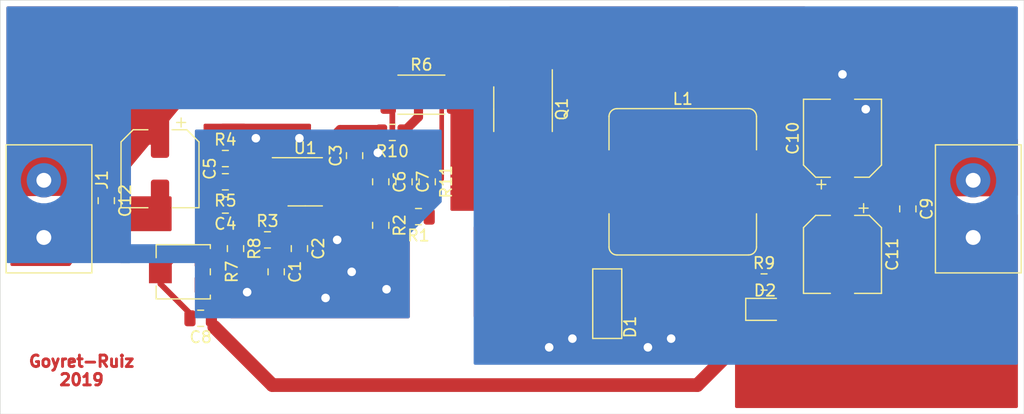
<source format=kicad_pcb>
(kicad_pcb (version 20171130) (host pcbnew "(5.1.2)-1")

  (general
    (thickness 1.6)
    (drawings 5)
    (tracks 118)
    (zones 0)
    (modules 30)
    (nets 18)
  )

  (page A4)
  (layers
    (0 F.Cu signal)
    (31 B.Cu signal)
    (32 B.Adhes user hide)
    (33 F.Adhes user hide)
    (34 B.Paste user hide)
    (35 F.Paste user hide)
    (36 B.SilkS user hide)
    (37 F.SilkS user hide)
    (38 B.Mask user)
    (39 F.Mask user hide)
    (40 Dwgs.User user hide)
    (41 Cmts.User user hide)
    (42 Eco1.User user hide)
    (43 Eco2.User user hide)
    (44 Edge.Cuts user)
    (45 Margin user hide)
    (46 B.CrtYd user hide)
    (47 F.CrtYd user hide)
    (48 B.Fab user hide)
    (49 F.Fab user hide)
  )

  (setup
    (last_trace_width 0.4)
    (user_trace_width 0.3)
    (user_trace_width 0.4)
    (user_trace_width 0.5)
    (user_trace_width 0.8)
    (user_trace_width 1.2)
    (user_trace_width 3)
    (trace_clearance 0.2)
    (zone_clearance 0.508)
    (zone_45_only no)
    (trace_min 0.2)
    (via_size 0.8)
    (via_drill 0.4)
    (via_min_size 0.4)
    (via_min_drill 0.3)
    (uvia_size 0.3)
    (uvia_drill 0.1)
    (uvias_allowed no)
    (uvia_min_size 0.2)
    (uvia_min_drill 0.1)
    (edge_width 0.05)
    (segment_width 0.2)
    (pcb_text_width 0.3)
    (pcb_text_size 1.5 1.5)
    (mod_edge_width 0.12)
    (mod_text_size 1 1)
    (mod_text_width 0.15)
    (pad_size 1.524 1.524)
    (pad_drill 0.762)
    (pad_to_mask_clearance 0.051)
    (solder_mask_min_width 0.25)
    (aux_axis_origin 0 0)
    (visible_elements 7FFFFFFF)
    (pcbplotparams
      (layerselection 0x00000_7fffffff)
      (usegerberextensions false)
      (usegerberattributes false)
      (usegerberadvancedattributes false)
      (creategerberjobfile false)
      (excludeedgelayer true)
      (linewidth 0.100000)
      (plotframeref false)
      (viasonmask false)
      (mode 1)
      (useauxorigin false)
      (hpglpennumber 1)
      (hpglpenspeed 20)
      (hpglpendiameter 15.000000)
      (psnegative true)
      (psa4output false)
      (plotreference true)
      (plotvalue true)
      (plotinvisibletext false)
      (padsonsilk false)
      (subtractmaskfromsilk false)
      (outputformat 4)
      (mirror false)
      (drillshape 2)
      (scaleselection 1)
      (outputdirectory "C:/Users/Admin/Desktop/"))
  )

  (net 0 "")
  (net 1 GND)
  (net 2 "Net-(C1-Pad1)")
  (net 3 "Net-(C2-Pad1)")
  (net 4 VDC)
  (net 5 "Net-(C4-Pad1)")
  (net 6 "Net-(C6-Pad2)")
  (net 7 "Net-(C7-Pad2)")
  (net 8 "Net-(C8-Pad2)")
  (net 9 "Net-(D1-Pad1)")
  (net 10 "Net-(D2-Pad2)")
  (net 11 "Net-(R1-Pad2)")
  (net 12 "Net-(R4-Pad2)")
  (net 13 "Net-(R5-Pad1)")
  (net 14 "Net-(Q1-Pad4)")
  (net 15 /VOUT)
  (net 16 "Net-(R10-Pad2)")
  (net 17 "Net-(R1-Pad1)")

  (net_class Default "This is the default net class."
    (clearance 0.2)
    (trace_width 0.25)
    (via_dia 0.8)
    (via_drill 0.4)
    (uvia_dia 0.3)
    (uvia_drill 0.1)
    (add_net /VOUT)
    (add_net GND)
    (add_net "Net-(C1-Pad1)")
    (add_net "Net-(C2-Pad1)")
    (add_net "Net-(C4-Pad1)")
    (add_net "Net-(C6-Pad2)")
    (add_net "Net-(C7-Pad2)")
    (add_net "Net-(C8-Pad2)")
    (add_net "Net-(D1-Pad1)")
    (add_net "Net-(D2-Pad2)")
    (add_net "Net-(Q1-Pad4)")
    (add_net "Net-(R1-Pad1)")
    (add_net "Net-(R1-Pad2)")
    (add_net "Net-(R10-Pad2)")
    (add_net "Net-(R4-Pad2)")
    (add_net "Net-(R5-Pad1)")
    (add_net VDC)
  )

  (module Capacitor_SMD:C_0805_2012Metric (layer F.Cu) (tedit 5B36C52B) (tstamp 5D102647)
    (at 114.681 89.281 270)
    (descr "Capacitor SMD 0805 (2012 Metric), square (rectangular) end terminal, IPC_7351 nominal, (Body size source: https://docs.google.com/spreadsheets/d/1BsfQQcO9C6DZCsRaXUlFlo91Tg2WpOkGARC1WS5S8t0/edit?usp=sharing), generated with kicad-footprint-generator")
    (tags capacitor)
    (path /5D10FA78)
    (attr smd)
    (fp_text reference C12 (at 0 -1.65 90) (layer F.SilkS)
      (effects (font (size 1 1) (thickness 0.15)))
    )
    (fp_text value 10u/50V (at 0 1.65 90) (layer F.Fab)
      (effects (font (size 1 1) (thickness 0.15)))
    )
    (fp_text user %R (at 0 0 90) (layer F.Fab)
      (effects (font (size 0.5 0.5) (thickness 0.08)))
    )
    (fp_line (start 1.68 0.95) (end -1.68 0.95) (layer F.CrtYd) (width 0.05))
    (fp_line (start 1.68 -0.95) (end 1.68 0.95) (layer F.CrtYd) (width 0.05))
    (fp_line (start -1.68 -0.95) (end 1.68 -0.95) (layer F.CrtYd) (width 0.05))
    (fp_line (start -1.68 0.95) (end -1.68 -0.95) (layer F.CrtYd) (width 0.05))
    (fp_line (start -0.258578 0.71) (end 0.258578 0.71) (layer F.SilkS) (width 0.12))
    (fp_line (start -0.258578 -0.71) (end 0.258578 -0.71) (layer F.SilkS) (width 0.12))
    (fp_line (start 1 0.6) (end -1 0.6) (layer F.Fab) (width 0.1))
    (fp_line (start 1 -0.6) (end 1 0.6) (layer F.Fab) (width 0.1))
    (fp_line (start -1 -0.6) (end 1 -0.6) (layer F.Fab) (width 0.1))
    (fp_line (start -1 0.6) (end -1 -0.6) (layer F.Fab) (width 0.1))
    (pad 2 smd roundrect (at 0.9375 0 270) (size 0.975 1.4) (layers F.Cu F.Paste F.Mask) (roundrect_rratio 0.25)
      (net 1 GND))
    (pad 1 smd roundrect (at -0.9375 0 270) (size 0.975 1.4) (layers F.Cu F.Paste F.Mask) (roundrect_rratio 0.25)
      (net 4 VDC))
    (model ${KISYS3DMOD}/Capacitor_SMD.3dshapes/C_0805_2012Metric.wrl
      (at (xyz 0 0 0))
      (scale (xyz 1 1 1))
      (rotate (xyz 0 0 0))
    )
  )

  (module Potentiometer_SMD:Potentiometer_Bourns_3314J_Vertical (layer F.Cu) (tedit 5A81E1D7) (tstamp 5CFE4795)
    (at 121.412 95.504 270)
    (descr "Potentiometer, vertical, Bourns 3314J, http://www.bourns.com/docs/Product-Datasheets/3314.pdf")
    (tags "Potentiometer vertical Bourns 3314J")
    (path /5D07793D)
    (attr smd)
    (fp_text reference R7 (at 0 -4.25 90) (layer F.SilkS)
      (effects (font (size 1 1) (thickness 0.15)))
    )
    (fp_text value 100K (at 0 4.25 90) (layer F.Fab)
      (effects (font (size 1 1) (thickness 0.15)))
    )
    (fp_text user %R (at 0 -1.7 90) (layer F.Fab)
      (effects (font (size 0.63 0.63) (thickness 0.15)))
    )
    (fp_line (start 2.5 -3.25) (end -2.5 -3.25) (layer F.CrtYd) (width 0.05))
    (fp_line (start 2.5 3.25) (end 2.5 -3.25) (layer F.CrtYd) (width 0.05))
    (fp_line (start -2.5 3.25) (end 2.5 3.25) (layer F.CrtYd) (width 0.05))
    (fp_line (start -2.5 -3.25) (end -2.5 3.25) (layer F.CrtYd) (width 0.05))
    (fp_line (start 2.37 -2.37) (end 2.37 2.37) (layer F.SilkS) (width 0.12))
    (fp_line (start -2.37 -2.37) (end -2.37 2.37) (layer F.SilkS) (width 0.12))
    (fp_line (start 1.24 2.37) (end 2.37 2.37) (layer F.SilkS) (width 0.12))
    (fp_line (start -2.37 2.37) (end -1.24 2.37) (layer F.SilkS) (width 0.12))
    (fp_line (start -0.259 -2.37) (end 0.26 -2.37) (layer F.SilkS) (width 0.12))
    (fp_line (start -2.37 -2.37) (end -2.039 -2.37) (layer F.SilkS) (width 0.12))
    (fp_line (start 2.04 -2.37) (end 2.37 -2.37) (layer F.SilkS) (width 0.12))
    (fp_line (start 0 0.99) (end 0.001 -0.989) (layer F.Fab) (width 0.1))
    (fp_line (start 0 0.99) (end 0.001 -0.989) (layer F.Fab) (width 0.1))
    (fp_line (start 2.25 -2.25) (end -2.25 -2.25) (layer F.Fab) (width 0.1))
    (fp_line (start 2.25 2.25) (end 2.25 -2.25) (layer F.Fab) (width 0.1))
    (fp_line (start -2.25 2.25) (end 2.25 2.25) (layer F.Fab) (width 0.1))
    (fp_line (start -2.25 -2.25) (end -2.25 2.25) (layer F.Fab) (width 0.1))
    (fp_circle (center 0 0) (end 1 0) (layer F.Fab) (width 0.1))
    (pad 3 smd rect (at -1.15 -2 270) (size 1.3 2) (layers F.Cu F.Paste F.Mask)
      (net 8 "Net-(C8-Pad2)"))
    (pad 2 smd rect (at 0 2 270) (size 2 2) (layers F.Cu F.Paste F.Mask)
      (net 8 "Net-(C8-Pad2)"))
    (pad 1 smd rect (at 1.15 -2 270) (size 1.3 2) (layers F.Cu F.Paste F.Mask)
      (net 15 /VOUT))
    (model ${KISYS3DMOD}/Potentiometer_SMD.3dshapes/Potentiometer_Bourns_3314J_Vertical.wrl
      (at (xyz 0 0 0))
      (scale (xyz 1 1 1))
      (rotate (xyz 0 0 0))
    )
  )

  (module Resistor_SMD:R_0805_2012Metric (layer F.Cu) (tedit 5B36C52B) (tstamp 5CFD7BE1)
    (at 138.684 91.44 270)
    (descr "Resistor SMD 0805 (2012 Metric), square (rectangular) end terminal, IPC_7351 nominal, (Body size source: https://docs.google.com/spreadsheets/d/1BsfQQcO9C6DZCsRaXUlFlo91Tg2WpOkGARC1WS5S8t0/edit?usp=sharing), generated with kicad-footprint-generator")
    (tags resistor)
    (path /5CF56FE7)
    (attr smd)
    (fp_text reference R2 (at 0 -1.65 90) (layer F.SilkS)
      (effects (font (size 1 1) (thickness 0.15)))
    )
    (fp_text value 33K (at 0 1.65 90) (layer F.Fab)
      (effects (font (size 1 1) (thickness 0.15)))
    )
    (fp_text user %R (at 0 0 90) (layer F.Fab)
      (effects (font (size 0.5 0.5) (thickness 0.08)))
    )
    (fp_line (start 1.68 0.95) (end -1.68 0.95) (layer F.CrtYd) (width 0.05))
    (fp_line (start 1.68 -0.95) (end 1.68 0.95) (layer F.CrtYd) (width 0.05))
    (fp_line (start -1.68 -0.95) (end 1.68 -0.95) (layer F.CrtYd) (width 0.05))
    (fp_line (start -1.68 0.95) (end -1.68 -0.95) (layer F.CrtYd) (width 0.05))
    (fp_line (start -0.258578 0.71) (end 0.258578 0.71) (layer F.SilkS) (width 0.12))
    (fp_line (start -0.258578 -0.71) (end 0.258578 -0.71) (layer F.SilkS) (width 0.12))
    (fp_line (start 1 0.6) (end -1 0.6) (layer F.Fab) (width 0.1))
    (fp_line (start 1 -0.6) (end 1 0.6) (layer F.Fab) (width 0.1))
    (fp_line (start -1 -0.6) (end 1 -0.6) (layer F.Fab) (width 0.1))
    (fp_line (start -1 0.6) (end -1 -0.6) (layer F.Fab) (width 0.1))
    (pad 2 smd roundrect (at 0.9375 0 270) (size 0.975 1.4) (layers F.Cu F.Paste F.Mask) (roundrect_rratio 0.25)
      (net 1 GND))
    (pad 1 smd roundrect (at -0.9375 0 270) (size 0.975 1.4) (layers F.Cu F.Paste F.Mask) (roundrect_rratio 0.25)
      (net 11 "Net-(R1-Pad2)"))
    (model ${KISYS3DMOD}/Resistor_SMD.3dshapes/R_0805_2012Metric.wrl
      (at (xyz 0 0 0))
      (scale (xyz 1 1 1))
      (rotate (xyz 0 0 0))
    )
  )

  (module Resistor_SMD:R_0805_2012Metric (layer F.Cu) (tedit 5B36C52B) (tstamp 5D0C0E13)
    (at 142.748 87.63 270)
    (descr "Resistor SMD 0805 (2012 Metric), square (rectangular) end terminal, IPC_7351 nominal, (Body size source: https://docs.google.com/spreadsheets/d/1BsfQQcO9C6DZCsRaXUlFlo91Tg2WpOkGARC1WS5S8t0/edit?usp=sharing), generated with kicad-footprint-generator")
    (tags resistor)
    (path /5D0DF114)
    (attr smd)
    (fp_text reference R11 (at 0 -1.651 90) (layer F.SilkS)
      (effects (font (size 1 1) (thickness 0.15)))
    )
    (fp_text value 0 (at 0 1.65 90) (layer F.Fab)
      (effects (font (size 1 1) (thickness 0.15)))
    )
    (fp_text user %R (at 0 0 90) (layer F.Fab)
      (effects (font (size 0.5 0.5) (thickness 0.08)))
    )
    (fp_line (start 1.68 0.95) (end -1.68 0.95) (layer F.CrtYd) (width 0.05))
    (fp_line (start 1.68 -0.95) (end 1.68 0.95) (layer F.CrtYd) (width 0.05))
    (fp_line (start -1.68 -0.95) (end 1.68 -0.95) (layer F.CrtYd) (width 0.05))
    (fp_line (start -1.68 0.95) (end -1.68 -0.95) (layer F.CrtYd) (width 0.05))
    (fp_line (start -0.258578 0.71) (end 0.258578 0.71) (layer F.SilkS) (width 0.12))
    (fp_line (start -0.258578 -0.71) (end 0.258578 -0.71) (layer F.SilkS) (width 0.12))
    (fp_line (start 1 0.6) (end -1 0.6) (layer F.Fab) (width 0.1))
    (fp_line (start 1 -0.6) (end 1 0.6) (layer F.Fab) (width 0.1))
    (fp_line (start -1 -0.6) (end 1 -0.6) (layer F.Fab) (width 0.1))
    (fp_line (start -1 0.6) (end -1 -0.6) (layer F.Fab) (width 0.1))
    (pad 2 smd roundrect (at 0.9375 0 270) (size 0.975 1.4) (layers F.Cu F.Paste F.Mask) (roundrect_rratio 0.25)
      (net 17 "Net-(R1-Pad1)"))
    (pad 1 smd roundrect (at -0.9375 0 270) (size 0.975 1.4) (layers F.Cu F.Paste F.Mask) (roundrect_rratio 0.25)
      (net 4 VDC))
    (model ${KISYS3DMOD}/Resistor_SMD.3dshapes/R_0805_2012Metric.wrl
      (at (xyz 0 0 0))
      (scale (xyz 1 1 1))
      (rotate (xyz 0 0 0))
    )
  )

  (module Package_SO:MSOP-12-1EP_3x4mm_P0.65mm_EP1.65x2.85mm (layer F.Cu) (tedit 5C59F590) (tstamp 5CFD8179)
    (at 132.08 87.63)
    (descr "MSOP, 12 Pin (https://www.analog.com/media/en/technical-documentation/data-sheets/3652fe.pdf#page=24), generated with kicad-footprint-generator ipc_gullwing_generator.py")
    (tags "MSOP SO")
    (path /5CF4E57B)
    (attr smd)
    (fp_text reference U1 (at 0 -2.95) (layer F.SilkS)
      (effects (font (size 1 1) (thickness 0.15)))
    )
    (fp_text value LTC3864 (at 0 2.95) (layer F.Fab)
      (effects (font (size 1 1) (thickness 0.15)))
    )
    (fp_text user %R (at 0 0) (layer F.Fab)
      (effects (font (size 0.75 0.75) (thickness 0.11)))
    )
    (fp_line (start 3.12 -2.25) (end -3.12 -2.25) (layer F.CrtYd) (width 0.05))
    (fp_line (start 3.12 2.25) (end 3.12 -2.25) (layer F.CrtYd) (width 0.05))
    (fp_line (start -3.12 2.25) (end 3.12 2.25) (layer F.CrtYd) (width 0.05))
    (fp_line (start -3.12 -2.25) (end -3.12 2.25) (layer F.CrtYd) (width 0.05))
    (fp_line (start -1.5 -1.25) (end -0.75 -2) (layer F.Fab) (width 0.1))
    (fp_line (start -1.5 2) (end -1.5 -1.25) (layer F.Fab) (width 0.1))
    (fp_line (start 1.5 2) (end -1.5 2) (layer F.Fab) (width 0.1))
    (fp_line (start 1.5 -2) (end 1.5 2) (layer F.Fab) (width 0.1))
    (fp_line (start -0.75 -2) (end 1.5 -2) (layer F.Fab) (width 0.1))
    (fp_line (start 0 -2.11) (end -2.875 -2.11) (layer F.SilkS) (width 0.12))
    (fp_line (start 0 -2.11) (end 1.5 -2.11) (layer F.SilkS) (width 0.12))
    (fp_line (start 0 2.11) (end -1.5 2.11) (layer F.SilkS) (width 0.12))
    (fp_line (start 0 2.11) (end 1.5 2.11) (layer F.SilkS) (width 0.12))
    (pad 12 smd roundrect (at 2.15 -1.625) (size 1.45 0.4) (layers F.Cu F.Paste F.Mask) (roundrect_rratio 0.25)
      (net 16 "Net-(R10-Pad2)"))
    (pad 11 smd roundrect (at 2.15 -0.975) (size 1.45 0.4) (layers F.Cu F.Paste F.Mask) (roundrect_rratio 0.25)
      (net 4 VDC))
    (pad 10 smd roundrect (at 2.15 -0.325) (size 1.45 0.4) (layers F.Cu F.Paste F.Mask) (roundrect_rratio 0.25)
      (net 7 "Net-(C7-Pad2)"))
    (pad 9 smd roundrect (at 2.15 0.325) (size 1.45 0.4) (layers F.Cu F.Paste F.Mask) (roundrect_rratio 0.25)
      (net 6 "Net-(C6-Pad2)"))
    (pad 8 smd roundrect (at 2.15 0.975) (size 1.45 0.4) (layers F.Cu F.Paste F.Mask) (roundrect_rratio 0.25)
      (net 11 "Net-(R1-Pad2)"))
    (pad 7 smd roundrect (at 2.15 1.625) (size 1.45 0.4) (layers F.Cu F.Paste F.Mask) (roundrect_rratio 0.25))
    (pad 6 smd roundrect (at -2.15 1.625) (size 1.45 0.4) (layers F.Cu F.Paste F.Mask) (roundrect_rratio 0.25)
      (net 3 "Net-(C2-Pad1)"))
    (pad 5 smd roundrect (at -2.15 0.975) (size 1.45 0.4) (layers F.Cu F.Paste F.Mask) (roundrect_rratio 0.25)
      (net 8 "Net-(C8-Pad2)"))
    (pad 4 smd roundrect (at -2.15 0.325) (size 1.45 0.4) (layers F.Cu F.Paste F.Mask) (roundrect_rratio 0.25)
      (net 5 "Net-(C4-Pad1)"))
    (pad 3 smd roundrect (at -2.15 -0.325) (size 1.45 0.4) (layers F.Cu F.Paste F.Mask) (roundrect_rratio 0.25)
      (net 1 GND))
    (pad 2 smd roundrect (at -2.15 -0.975) (size 1.45 0.4) (layers F.Cu F.Paste F.Mask) (roundrect_rratio 0.25)
      (net 13 "Net-(R5-Pad1)"))
    (pad 1 smd roundrect (at -2.15 -1.625) (size 1.45 0.4) (layers F.Cu F.Paste F.Mask) (roundrect_rratio 0.25)
      (net 12 "Net-(R4-Pad2)"))
    (pad "" smd roundrect (at 0.41 0.71) (size 0.67 1.15) (layers F.Paste) (roundrect_rratio 0.25))
    (pad "" smd roundrect (at 0.41 -0.71) (size 0.67 1.15) (layers F.Paste) (roundrect_rratio 0.25))
    (pad "" smd roundrect (at -0.41 0.71) (size 0.67 1.15) (layers F.Paste) (roundrect_rratio 0.25))
    (pad "" smd roundrect (at -0.41 -0.71) (size 0.67 1.15) (layers F.Paste) (roundrect_rratio 0.25))
    (pad 13 smd roundrect (at 0 0) (size 1.65 2.85) (layers F.Cu F.Mask) (roundrect_rratio 0.151515)
      (net 1 GND))
    (model ${KISYS3DMOD}/Package_SO.3dshapes/MSOP-12-1EP_3x4mm_P0.65mm_EP1.65x2.85mm.wrl
      (at (xyz 0 0 0))
      (scale (xyz 1 1 1))
      (rotate (xyz 0 0 0))
    )
  )

  (module Resistor_SMD:R_0805_2012Metric (layer F.Cu) (tedit 5B36C52B) (tstamp 5CFEC714)
    (at 139.7 83.312 180)
    (descr "Resistor SMD 0805 (2012 Metric), square (rectangular) end terminal, IPC_7351 nominal, (Body size source: https://docs.google.com/spreadsheets/d/1BsfQQcO9C6DZCsRaXUlFlo91Tg2WpOkGARC1WS5S8t0/edit?usp=sharing), generated with kicad-footprint-generator")
    (tags resistor)
    (path /5D1397D4)
    (attr smd)
    (fp_text reference R10 (at 0 -1.65) (layer F.SilkS)
      (effects (font (size 1 1) (thickness 0.15)))
    )
    (fp_text value 0 (at 0 1.65) (layer F.Fab)
      (effects (font (size 1 1) (thickness 0.15)))
    )
    (fp_text user %R (at 0 0) (layer F.Fab)
      (effects (font (size 0.5 0.5) (thickness 0.08)))
    )
    (fp_line (start 1.68 0.95) (end -1.68 0.95) (layer F.CrtYd) (width 0.05))
    (fp_line (start 1.68 -0.95) (end 1.68 0.95) (layer F.CrtYd) (width 0.05))
    (fp_line (start -1.68 -0.95) (end 1.68 -0.95) (layer F.CrtYd) (width 0.05))
    (fp_line (start -1.68 0.95) (end -1.68 -0.95) (layer F.CrtYd) (width 0.05))
    (fp_line (start -0.258578 0.71) (end 0.258578 0.71) (layer F.SilkS) (width 0.12))
    (fp_line (start -0.258578 -0.71) (end 0.258578 -0.71) (layer F.SilkS) (width 0.12))
    (fp_line (start 1 0.6) (end -1 0.6) (layer F.Fab) (width 0.1))
    (fp_line (start 1 -0.6) (end 1 0.6) (layer F.Fab) (width 0.1))
    (fp_line (start -1 -0.6) (end 1 -0.6) (layer F.Fab) (width 0.1))
    (fp_line (start -1 0.6) (end -1 -0.6) (layer F.Fab) (width 0.1))
    (pad 2 smd roundrect (at 0.9375 0 180) (size 0.975 1.4) (layers F.Cu F.Paste F.Mask) (roundrect_rratio 0.25)
      (net 16 "Net-(R10-Pad2)"))
    (pad 1 smd roundrect (at -0.9375 0 180) (size 0.975 1.4) (layers F.Cu F.Paste F.Mask) (roundrect_rratio 0.25)
      (net 14 "Net-(Q1-Pad4)"))
    (model ${KISYS3DMOD}/Resistor_SMD.3dshapes/R_0805_2012Metric.wrl
      (at (xyz 0 0 0))
      (scale (xyz 1 1 1))
      (rotate (xyz 0 0 0))
    )
  )

  (module Resistor_SMD:R_2512_6332Metric (layer F.Cu) (tedit 5B301BBD) (tstamp 5CFD7C25)
    (at 142.24 80.01)
    (descr "Resistor SMD 2512 (6332 Metric), square (rectangular) end terminal, IPC_7351 nominal, (Body size source: http://www.tortai-tech.com/upload/download/2011102023233369053.pdf), generated with kicad-footprint-generator")
    (tags resistor)
    (path /5CF86CAD)
    (attr smd)
    (fp_text reference R6 (at 0 -2.62) (layer F.SilkS)
      (effects (font (size 1 1) (thickness 0.15)))
    )
    (fp_text value 0.015 (at 0 2.62) (layer F.Fab)
      (effects (font (size 1 1) (thickness 0.15)))
    )
    (fp_text user %R (at 0 0) (layer F.Fab)
      (effects (font (size 1 1) (thickness 0.15)))
    )
    (fp_line (start 3.82 1.92) (end -3.82 1.92) (layer F.CrtYd) (width 0.05))
    (fp_line (start 3.82 -1.92) (end 3.82 1.92) (layer F.CrtYd) (width 0.05))
    (fp_line (start -3.82 -1.92) (end 3.82 -1.92) (layer F.CrtYd) (width 0.05))
    (fp_line (start -3.82 1.92) (end -3.82 -1.92) (layer F.CrtYd) (width 0.05))
    (fp_line (start -2.052064 1.71) (end 2.052064 1.71) (layer F.SilkS) (width 0.12))
    (fp_line (start -2.052064 -1.71) (end 2.052064 -1.71) (layer F.SilkS) (width 0.12))
    (fp_line (start 3.15 1.6) (end -3.15 1.6) (layer F.Fab) (width 0.1))
    (fp_line (start 3.15 -1.6) (end 3.15 1.6) (layer F.Fab) (width 0.1))
    (fp_line (start -3.15 -1.6) (end 3.15 -1.6) (layer F.Fab) (width 0.1))
    (fp_line (start -3.15 1.6) (end -3.15 -1.6) (layer F.Fab) (width 0.1))
    (pad 2 smd roundrect (at 2.9 0) (size 1.35 3.35) (layers F.Cu F.Paste F.Mask) (roundrect_rratio 0.185185)
      (net 7 "Net-(C7-Pad2)"))
    (pad 1 smd roundrect (at -2.9 0) (size 1.35 3.35) (layers F.Cu F.Paste F.Mask) (roundrect_rratio 0.185185)
      (net 4 VDC))
    (model ${KISYS3DMOD}/Resistor_SMD.3dshapes/R_2512_6332Metric.wrl
      (at (xyz 0 0 0))
      (scale (xyz 1 1 1))
      (rotate (xyz 0 0 0))
    )
  )

  (module Capacitor_SMD:C_0805_2012Metric (layer F.Cu) (tedit 5B36C52B) (tstamp 5CFD7A68)
    (at 138.684 87.63 270)
    (descr "Capacitor SMD 0805 (2012 Metric), square (rectangular) end terminal, IPC_7351 nominal, (Body size source: https://docs.google.com/spreadsheets/d/1BsfQQcO9C6DZCsRaXUlFlo91Tg2WpOkGARC1WS5S8t0/edit?usp=sharing), generated with kicad-footprint-generator")
    (tags capacitor)
    (path /5CF78FB9)
    (attr smd)
    (fp_text reference C6 (at 0 -1.65 90) (layer F.SilkS)
      (effects (font (size 1 1) (thickness 0.15)))
    )
    (fp_text value 470n (at 0 1.65 90) (layer F.Fab)
      (effects (font (size 1 1) (thickness 0.15)))
    )
    (fp_text user %R (at 0 0 90) (layer F.Fab)
      (effects (font (size 0.5 0.5) (thickness 0.08)))
    )
    (fp_line (start 1.68 0.95) (end -1.68 0.95) (layer F.CrtYd) (width 0.05))
    (fp_line (start 1.68 -0.95) (end 1.68 0.95) (layer F.CrtYd) (width 0.05))
    (fp_line (start -1.68 -0.95) (end 1.68 -0.95) (layer F.CrtYd) (width 0.05))
    (fp_line (start -1.68 0.95) (end -1.68 -0.95) (layer F.CrtYd) (width 0.05))
    (fp_line (start -0.258578 0.71) (end 0.258578 0.71) (layer F.SilkS) (width 0.12))
    (fp_line (start -0.258578 -0.71) (end 0.258578 -0.71) (layer F.SilkS) (width 0.12))
    (fp_line (start 1 0.6) (end -1 0.6) (layer F.Fab) (width 0.1))
    (fp_line (start 1 -0.6) (end 1 0.6) (layer F.Fab) (width 0.1))
    (fp_line (start -1 -0.6) (end 1 -0.6) (layer F.Fab) (width 0.1))
    (fp_line (start -1 0.6) (end -1 -0.6) (layer F.Fab) (width 0.1))
    (pad 2 smd roundrect (at 0.9375 0 270) (size 0.975 1.4) (layers F.Cu F.Paste F.Mask) (roundrect_rratio 0.25)
      (net 6 "Net-(C6-Pad2)"))
    (pad 1 smd roundrect (at -0.9375 0 270) (size 0.975 1.4) (layers F.Cu F.Paste F.Mask) (roundrect_rratio 0.25)
      (net 4 VDC))
    (model ${KISYS3DMOD}/Capacitor_SMD.3dshapes/C_0805_2012Metric.wrl
      (at (xyz 0 0 0))
      (scale (xyz 1 1 1))
      (rotate (xyz 0 0 0))
    )
  )

  (module Connector:691102710002 (layer F.Cu) (tedit 5CFD944E) (tstamp 5CFE6F24)
    (at 190.5 90 270)
    (path /5D065E71)
    (fp_text reference J2 (at -2.54 -5.08 90) (layer F.SilkS)
      (effects (font (size 1 1) (thickness 0.15)))
    )
    (fp_text value Screw_Terminal_01x02 (at 6.35 -5.08 90) (layer F.Fab)
      (effects (font (size 1 1) (thickness 0.15)))
    )
    (fp_line (start 5.6 -4.2) (end 5.6 3.3) (layer F.SilkS) (width 0.12))
    (fp_line (start -5.6 -4.2) (end 5.6 -4.2) (layer F.SilkS) (width 0.12))
    (fp_line (start -5.6 3.3) (end 5.6 3.3) (layer F.SilkS) (width 0.12))
    (fp_line (start -5.6 -4.2) (end -5.6 3.3) (layer F.SilkS) (width 0.12))
    (pad 2 thru_hole circle (at 2.5 0 270) (size 3 3) (drill 1.3) (layers *.Cu *.Mask)
      (net 1 GND))
    (pad 1 thru_hole circle (at -2.5 0 270) (size 3 3) (drill 1.3) (layers *.Cu *.Mask)
      (net 15 /VOUT))
  )

  (module Connector:691102710002 (layer F.Cu) (tedit 5CFD944E) (tstamp 5CFE3D56)
    (at 109.22 90 270)
    (path /5D06500E)
    (fp_text reference J1 (at -2.54 -5.08 90) (layer F.SilkS)
      (effects (font (size 1 1) (thickness 0.15)))
    )
    (fp_text value Screw_Terminal_01x02 (at 6.35 -5.08 90) (layer F.Fab)
      (effects (font (size 1 1) (thickness 0.15)))
    )
    (fp_line (start 5.6 -4.2) (end 5.6 3.3) (layer F.SilkS) (width 0.12))
    (fp_line (start -5.6 -4.2) (end 5.6 -4.2) (layer F.SilkS) (width 0.12))
    (fp_line (start -5.6 3.3) (end 5.6 3.3) (layer F.SilkS) (width 0.12))
    (fp_line (start -5.6 -4.2) (end -5.6 3.3) (layer F.SilkS) (width 0.12))
    (pad 2 thru_hole circle (at 2.5 0 270) (size 3 3) (drill 1.3) (layers *.Cu *.Mask)
      (net 1 GND))
    (pad 1 thru_hole circle (at -2.5 0 270) (size 3 3) (drill 1.3) (layers *.Cu *.Mask)
      (net 4 VDC))
  )

  (module Diode_SMD:D_PowerDI-5 locked (layer F.Cu) (tedit 5CFD8FE6) (tstamp 5CFD7B81)
    (at 158.496 100.33 270)
    (descr http://www.diodes.com/_files/datasheets/ds30497.pdf)
    (tags "PowerDI diode vishay")
    (path /5CF90B20)
    (attr smd)
    (fp_text reference D1 (at 0 -2 90) (layer F.SilkS)
      (effects (font (size 1 1) (thickness 0.15)))
    )
    (fp_text value PDS760 (at 0 2.5 90) (layer F.Fab)
      (effects (font (size 1 1) (thickness 0.15)))
    )
    (fp_line (start 1 -1.27) (end 1 1.27) (layer F.SilkS) (width 0.12))
    (fp_line (start -5.08 1.27) (end -5.08 -1.27) (layer F.SilkS) (width 0.12))
    (fp_line (start -5.08 1.27) (end 1 1.27) (layer F.SilkS) (width 0.12))
    (fp_line (start 1 -1.27) (end -5.08 -1.27) (layer F.SilkS) (width 0.12))
    (fp_line (start -2.5 1.3) (end -2.5 -1.3) (layer F.CrtYd) (width 0.05))
    (fp_line (start -2.5 -1.3) (end 2.5 -1.3) (layer F.CrtYd) (width 0.05))
    (fp_line (start 2.5 -1.3) (end 2.5 1.3) (layer F.CrtYd) (width 0.05))
    (fp_line (start 2.5 1.3) (end -2.5 1.3) (layer F.CrtYd) (width 0.05))
    (fp_line (start -1.4 -0.9) (end 1.4 -0.9) (layer F.Fab) (width 0.1))
    (fp_line (start 1.4 -0.9) (end 1.4 0.9) (layer F.Fab) (width 0.1))
    (fp_line (start 1.4 0.9) (end -1.4 0.9) (layer F.Fab) (width 0.1))
    (fp_line (start -1.4 0.9) (end -1.4 -0.9) (layer F.Fab) (width 0.1))
    (fp_line (start -0.8 0) (end -0.5 0) (layer F.Fab) (width 0.1))
    (fp_line (start -0.5 0) (end -0.5 -0.5) (layer F.Fab) (width 0.1))
    (fp_line (start -0.5 0) (end -0.5 0.5) (layer F.Fab) (width 0.1))
    (fp_line (start -0.5 0) (end 0.3 0.5) (layer F.Fab) (width 0.1))
    (fp_line (start 0.3 0.5) (end 0.3 -0.5) (layer F.Fab) (width 0.1))
    (fp_line (start 0.3 -0.5) (end -0.5 0) (layer F.Fab) (width 0.1))
    (fp_line (start 0.3 0) (end 0.7 0) (layer F.Fab) (width 0.1))
    (fp_text user %R (at 0 -2 90) (layer F.Fab)
      (effects (font (size 1 1) (thickness 0.15)))
    )
    (pad 2 smd rect (at 1.126 0.92 180) (size 1.4 1.39) (layers F.Cu F.Paste F.Mask)
      (net 1 GND))
    (pad 2 smd rect (at 1.126 -0.92 180) (size 1.4 1.39) (layers F.Cu F.Paste F.Mask)
      (net 1 GND))
    (pad 1 smd rect (at -2.856 0 90) (size 4.86 3.36) (layers F.Cu F.Paste F.Mask)
      (net 9 "Net-(D1-Pad1)"))
    (model ${KISYS3DMOD}/Diode_SMD.3dshapes/D_PowerDI-123.wrl
      (at (xyz 0 0 0))
      (scale (xyz 1 1 1))
      (rotate (xyz 0 0 0))
    )
  )

  (module Capacitor_SMD:CP_Elec_6.3x7.7 (layer F.Cu) (tedit 5BCA39D0) (tstamp 5D102A85)
    (at 119.38 86.487 270)
    (descr "SMD capacitor, aluminum electrolytic, Nichicon, 6.3x7.7mm")
    (tags "capacitor electrolytic")
    (path /5CF730E9)
    (attr smd)
    (fp_text reference C5 (at 0 -4.35 90) (layer F.SilkS)
      (effects (font (size 1 1) (thickness 0.15)))
    )
    (fp_text value 47u/50V (at 0 4.35 90) (layer F.Fab)
      (effects (font (size 1 1) (thickness 0.15)))
    )
    (fp_text user %R (at 0 0 90) (layer F.Fab)
      (effects (font (size 1 1) (thickness 0.15)))
    )
    (fp_line (start -4.7 1.05) (end -3.55 1.05) (layer F.CrtYd) (width 0.05))
    (fp_line (start -4.7 -1.05) (end -4.7 1.05) (layer F.CrtYd) (width 0.05))
    (fp_line (start -3.55 -1.05) (end -4.7 -1.05) (layer F.CrtYd) (width 0.05))
    (fp_line (start -3.55 1.05) (end -3.55 2.4) (layer F.CrtYd) (width 0.05))
    (fp_line (start -3.55 -2.4) (end -3.55 -1.05) (layer F.CrtYd) (width 0.05))
    (fp_line (start -3.55 -2.4) (end -2.4 -3.55) (layer F.CrtYd) (width 0.05))
    (fp_line (start -3.55 2.4) (end -2.4 3.55) (layer F.CrtYd) (width 0.05))
    (fp_line (start -2.4 -3.55) (end 3.55 -3.55) (layer F.CrtYd) (width 0.05))
    (fp_line (start -2.4 3.55) (end 3.55 3.55) (layer F.CrtYd) (width 0.05))
    (fp_line (start 3.55 1.05) (end 3.55 3.55) (layer F.CrtYd) (width 0.05))
    (fp_line (start 4.7 1.05) (end 3.55 1.05) (layer F.CrtYd) (width 0.05))
    (fp_line (start 4.7 -1.05) (end 4.7 1.05) (layer F.CrtYd) (width 0.05))
    (fp_line (start 3.55 -1.05) (end 4.7 -1.05) (layer F.CrtYd) (width 0.05))
    (fp_line (start 3.55 -3.55) (end 3.55 -1.05) (layer F.CrtYd) (width 0.05))
    (fp_line (start -4.04375 -2.24125) (end -4.04375 -1.45375) (layer F.SilkS) (width 0.12))
    (fp_line (start -4.4375 -1.8475) (end -3.65 -1.8475) (layer F.SilkS) (width 0.12))
    (fp_line (start -3.41 2.345563) (end -2.345563 3.41) (layer F.SilkS) (width 0.12))
    (fp_line (start -3.41 -2.345563) (end -2.345563 -3.41) (layer F.SilkS) (width 0.12))
    (fp_line (start -3.41 -2.345563) (end -3.41 -1.06) (layer F.SilkS) (width 0.12))
    (fp_line (start -3.41 2.345563) (end -3.41 1.06) (layer F.SilkS) (width 0.12))
    (fp_line (start -2.345563 3.41) (end 3.41 3.41) (layer F.SilkS) (width 0.12))
    (fp_line (start -2.345563 -3.41) (end 3.41 -3.41) (layer F.SilkS) (width 0.12))
    (fp_line (start 3.41 -3.41) (end 3.41 -1.06) (layer F.SilkS) (width 0.12))
    (fp_line (start 3.41 3.41) (end 3.41 1.06) (layer F.SilkS) (width 0.12))
    (fp_line (start -2.389838 -1.645) (end -2.389838 -1.015) (layer F.Fab) (width 0.1))
    (fp_line (start -2.704838 -1.33) (end -2.074838 -1.33) (layer F.Fab) (width 0.1))
    (fp_line (start -3.3 2.3) (end -2.3 3.3) (layer F.Fab) (width 0.1))
    (fp_line (start -3.3 -2.3) (end -2.3 -3.3) (layer F.Fab) (width 0.1))
    (fp_line (start -3.3 -2.3) (end -3.3 2.3) (layer F.Fab) (width 0.1))
    (fp_line (start -2.3 3.3) (end 3.3 3.3) (layer F.Fab) (width 0.1))
    (fp_line (start -2.3 -3.3) (end 3.3 -3.3) (layer F.Fab) (width 0.1))
    (fp_line (start 3.3 -3.3) (end 3.3 3.3) (layer F.Fab) (width 0.1))
    (fp_circle (center 0 0) (end 3.15 0) (layer F.Fab) (width 0.1))
    (pad 2 smd roundrect (at 2.7 0 270) (size 3.5 1.6) (layers F.Cu F.Paste F.Mask) (roundrect_rratio 0.15625)
      (net 1 GND))
    (pad 1 smd roundrect (at -2.7 0 270) (size 3.5 1.6) (layers F.Cu F.Paste F.Mask) (roundrect_rratio 0.15625)
      (net 4 VDC))
    (model ${KISYS3DMOD}/Capacitor_SMD.3dshapes/CP_Elec_6.3x7.7.wrl
      (at (xyz 0 0 0))
      (scale (xyz 1 1 1))
      (rotate (xyz 0 0 0))
    )
  )

  (module Capacitor_SMD:CP_Elec_6.3x5.8 (layer F.Cu) (tedit 5BCA39D0) (tstamp 5CFDC6C9)
    (at 179.07 93.98 270)
    (descr "SMD capacitor, aluminum electrolytic, Nichicon, 6.3x5.8mm")
    (tags "capacitor electrolytic")
    (path /5D017276)
    (attr smd)
    (fp_text reference C11 (at 0 -4.35 90) (layer F.SilkS)
      (effects (font (size 1 1) (thickness 0.15)))
    )
    (fp_text value 47u/35V (at 0 4.35 90) (layer F.Fab)
      (effects (font (size 1 1) (thickness 0.15)))
    )
    (fp_text user %R (at 0 0 90) (layer F.Fab)
      (effects (font (size 1 1) (thickness 0.15)))
    )
    (fp_line (start -4.7 1.05) (end -3.55 1.05) (layer F.CrtYd) (width 0.05))
    (fp_line (start -4.7 -1.05) (end -4.7 1.05) (layer F.CrtYd) (width 0.05))
    (fp_line (start -3.55 -1.05) (end -4.7 -1.05) (layer F.CrtYd) (width 0.05))
    (fp_line (start -3.55 1.05) (end -3.55 2.4) (layer F.CrtYd) (width 0.05))
    (fp_line (start -3.55 -2.4) (end -3.55 -1.05) (layer F.CrtYd) (width 0.05))
    (fp_line (start -3.55 -2.4) (end -2.4 -3.55) (layer F.CrtYd) (width 0.05))
    (fp_line (start -3.55 2.4) (end -2.4 3.55) (layer F.CrtYd) (width 0.05))
    (fp_line (start -2.4 -3.55) (end 3.55 -3.55) (layer F.CrtYd) (width 0.05))
    (fp_line (start -2.4 3.55) (end 3.55 3.55) (layer F.CrtYd) (width 0.05))
    (fp_line (start 3.55 1.05) (end 3.55 3.55) (layer F.CrtYd) (width 0.05))
    (fp_line (start 4.7 1.05) (end 3.55 1.05) (layer F.CrtYd) (width 0.05))
    (fp_line (start 4.7 -1.05) (end 4.7 1.05) (layer F.CrtYd) (width 0.05))
    (fp_line (start 3.55 -1.05) (end 4.7 -1.05) (layer F.CrtYd) (width 0.05))
    (fp_line (start 3.55 -3.55) (end 3.55 -1.05) (layer F.CrtYd) (width 0.05))
    (fp_line (start -4.04375 -2.24125) (end -4.04375 -1.45375) (layer F.SilkS) (width 0.12))
    (fp_line (start -4.4375 -1.8475) (end -3.65 -1.8475) (layer F.SilkS) (width 0.12))
    (fp_line (start -3.41 2.345563) (end -2.345563 3.41) (layer F.SilkS) (width 0.12))
    (fp_line (start -3.41 -2.345563) (end -2.345563 -3.41) (layer F.SilkS) (width 0.12))
    (fp_line (start -3.41 -2.345563) (end -3.41 -1.06) (layer F.SilkS) (width 0.12))
    (fp_line (start -3.41 2.345563) (end -3.41 1.06) (layer F.SilkS) (width 0.12))
    (fp_line (start -2.345563 3.41) (end 3.41 3.41) (layer F.SilkS) (width 0.12))
    (fp_line (start -2.345563 -3.41) (end 3.41 -3.41) (layer F.SilkS) (width 0.12))
    (fp_line (start 3.41 -3.41) (end 3.41 -1.06) (layer F.SilkS) (width 0.12))
    (fp_line (start 3.41 3.41) (end 3.41 1.06) (layer F.SilkS) (width 0.12))
    (fp_line (start -2.389838 -1.645) (end -2.389838 -1.015) (layer F.Fab) (width 0.1))
    (fp_line (start -2.704838 -1.33) (end -2.074838 -1.33) (layer F.Fab) (width 0.1))
    (fp_line (start -3.3 2.3) (end -2.3 3.3) (layer F.Fab) (width 0.1))
    (fp_line (start -3.3 -2.3) (end -2.3 -3.3) (layer F.Fab) (width 0.1))
    (fp_line (start -3.3 -2.3) (end -3.3 2.3) (layer F.Fab) (width 0.1))
    (fp_line (start -2.3 3.3) (end 3.3 3.3) (layer F.Fab) (width 0.1))
    (fp_line (start -2.3 -3.3) (end 3.3 -3.3) (layer F.Fab) (width 0.1))
    (fp_line (start 3.3 -3.3) (end 3.3 3.3) (layer F.Fab) (width 0.1))
    (fp_circle (center 0 0) (end 3.15 0) (layer F.Fab) (width 0.1))
    (pad 2 smd roundrect (at 2.7 0 270) (size 3.5 1.6) (layers F.Cu F.Paste F.Mask) (roundrect_rratio 0.15625)
      (net 1 GND))
    (pad 1 smd roundrect (at -2.7 0 270) (size 3.5 1.6) (layers F.Cu F.Paste F.Mask) (roundrect_rratio 0.15625)
      (net 15 /VOUT))
    (model ${KISYS3DMOD}/Capacitor_SMD.3dshapes/CP_Elec_6.3x5.8.wrl
      (at (xyz 0 0 0))
      (scale (xyz 1 1 1))
      (rotate (xyz 0 0 0))
    )
  )

  (module Capacitor_SMD:CP_Elec_6.3x5.8 (layer F.Cu) (tedit 5BCA39D0) (tstamp 5CFD7B65)
    (at 179.07 83.82 90)
    (descr "SMD capacitor, aluminum electrolytic, Nichicon, 6.3x5.8mm")
    (tags "capacitor electrolytic")
    (path /5CF98BF1)
    (attr smd)
    (fp_text reference C10 (at 0 -4.35 90) (layer F.SilkS)
      (effects (font (size 1 1) (thickness 0.15)))
    )
    (fp_text value 47u/35V (at 0 4.35 90) (layer F.Fab)
      (effects (font (size 1 1) (thickness 0.15)))
    )
    (fp_text user %R (at 0 0 90) (layer F.Fab)
      (effects (font (size 1 1) (thickness 0.15)))
    )
    (fp_line (start -4.7 1.05) (end -3.55 1.05) (layer F.CrtYd) (width 0.05))
    (fp_line (start -4.7 -1.05) (end -4.7 1.05) (layer F.CrtYd) (width 0.05))
    (fp_line (start -3.55 -1.05) (end -4.7 -1.05) (layer F.CrtYd) (width 0.05))
    (fp_line (start -3.55 1.05) (end -3.55 2.4) (layer F.CrtYd) (width 0.05))
    (fp_line (start -3.55 -2.4) (end -3.55 -1.05) (layer F.CrtYd) (width 0.05))
    (fp_line (start -3.55 -2.4) (end -2.4 -3.55) (layer F.CrtYd) (width 0.05))
    (fp_line (start -3.55 2.4) (end -2.4 3.55) (layer F.CrtYd) (width 0.05))
    (fp_line (start -2.4 -3.55) (end 3.55 -3.55) (layer F.CrtYd) (width 0.05))
    (fp_line (start -2.4 3.55) (end 3.55 3.55) (layer F.CrtYd) (width 0.05))
    (fp_line (start 3.55 1.05) (end 3.55 3.55) (layer F.CrtYd) (width 0.05))
    (fp_line (start 4.7 1.05) (end 3.55 1.05) (layer F.CrtYd) (width 0.05))
    (fp_line (start 4.7 -1.05) (end 4.7 1.05) (layer F.CrtYd) (width 0.05))
    (fp_line (start 3.55 -1.05) (end 4.7 -1.05) (layer F.CrtYd) (width 0.05))
    (fp_line (start 3.55 -3.55) (end 3.55 -1.05) (layer F.CrtYd) (width 0.05))
    (fp_line (start -4.04375 -2.24125) (end -4.04375 -1.45375) (layer F.SilkS) (width 0.12))
    (fp_line (start -4.4375 -1.8475) (end -3.65 -1.8475) (layer F.SilkS) (width 0.12))
    (fp_line (start -3.41 2.345563) (end -2.345563 3.41) (layer F.SilkS) (width 0.12))
    (fp_line (start -3.41 -2.345563) (end -2.345563 -3.41) (layer F.SilkS) (width 0.12))
    (fp_line (start -3.41 -2.345563) (end -3.41 -1.06) (layer F.SilkS) (width 0.12))
    (fp_line (start -3.41 2.345563) (end -3.41 1.06) (layer F.SilkS) (width 0.12))
    (fp_line (start -2.345563 3.41) (end 3.41 3.41) (layer F.SilkS) (width 0.12))
    (fp_line (start -2.345563 -3.41) (end 3.41 -3.41) (layer F.SilkS) (width 0.12))
    (fp_line (start 3.41 -3.41) (end 3.41 -1.06) (layer F.SilkS) (width 0.12))
    (fp_line (start 3.41 3.41) (end 3.41 1.06) (layer F.SilkS) (width 0.12))
    (fp_line (start -2.389838 -1.645) (end -2.389838 -1.015) (layer F.Fab) (width 0.1))
    (fp_line (start -2.704838 -1.33) (end -2.074838 -1.33) (layer F.Fab) (width 0.1))
    (fp_line (start -3.3 2.3) (end -2.3 3.3) (layer F.Fab) (width 0.1))
    (fp_line (start -3.3 -2.3) (end -2.3 -3.3) (layer F.Fab) (width 0.1))
    (fp_line (start -3.3 -2.3) (end -3.3 2.3) (layer F.Fab) (width 0.1))
    (fp_line (start -2.3 3.3) (end 3.3 3.3) (layer F.Fab) (width 0.1))
    (fp_line (start -2.3 -3.3) (end 3.3 -3.3) (layer F.Fab) (width 0.1))
    (fp_line (start 3.3 -3.3) (end 3.3 3.3) (layer F.Fab) (width 0.1))
    (fp_circle (center 0 0) (end 3.15 0) (layer F.Fab) (width 0.1))
    (pad 2 smd roundrect (at 2.7 0 90) (size 3.5 1.6) (layers F.Cu F.Paste F.Mask) (roundrect_rratio 0.15625)
      (net 1 GND))
    (pad 1 smd roundrect (at -2.7 0 90) (size 3.5 1.6) (layers F.Cu F.Paste F.Mask) (roundrect_rratio 0.15625)
      (net 15 /VOUT))
    (model ${KISYS3DMOD}/Capacitor_SMD.3dshapes/CP_Elec_6.3x5.8.wrl
      (at (xyz 0 0 0))
      (scale (xyz 1 1 1))
      (rotate (xyz 0 0 0))
    )
  )

  (module Inductor_SMD:L_Bourns_SRP1245A (layer F.Cu) (tedit 5AD32382) (tstamp 5CFD7BA5)
    (at 165.1 87.63)
    (descr "Bourns SRP1245A series SMD inductor http://www.bourns.com/docs/Product-Datasheets/SRP1245A.pdf")
    (tags "Bourns SRP1245A SMD inductor")
    (path /5CF8EB93)
    (attr smd)
    (fp_text reference L1 (at 0 -7.25) (layer F.SilkS)
      (effects (font (size 1 1) (thickness 0.15)))
    )
    (fp_text value 10u (at 0 7.4) (layer F.Fab)
      (effects (font (size 1 1) (thickness 0.15)))
    )
    (fp_line (start -7.35 -2.75) (end -6.55 -2.75) (layer F.CrtYd) (width 0.05))
    (fp_line (start -6.55 5.7) (end -6.55 2.75) (layer F.CrtYd) (width 0.05))
    (fp_line (start -6.55 -2.75) (end -6.55 -5.7) (layer F.CrtYd) (width 0.05))
    (fp_line (start -7.35 2.75) (end -6.55 2.75) (layer F.CrtYd) (width 0.05))
    (fp_line (start -7.35 2.75) (end -7.35 -2.75) (layer F.CrtYd) (width 0.05))
    (fp_line (start 6.55 2.75) (end 6.55 5.7) (layer F.CrtYd) (width 0.05))
    (fp_line (start 6.55 -5.7) (end 6.55 -2.75) (layer F.CrtYd) (width 0.05))
    (fp_line (start 7.35 -2.75) (end 7.35 2.75) (layer F.CrtYd) (width 0.05))
    (fp_line (start 7.35 -2.75) (end 6.55 -2.75) (layer F.CrtYd) (width 0.05))
    (fp_line (start 7.35 2.75) (end 6.55 2.75) (layer F.CrtYd) (width 0.05))
    (fp_line (start -5.75 -6.25) (end 5.75 -6.25) (layer F.Fab) (width 0.1))
    (fp_line (start -6.3 -5.75) (end -6.3 5.7) (layer F.Fab) (width 0.1))
    (fp_line (start 5.75 6.25) (end -5.75 6.25) (layer F.Fab) (width 0.1))
    (fp_line (start 6.3 -5.7) (end 6.3 5.7) (layer F.Fab) (width 0.1))
    (fp_line (start -5.75 -6.4) (end 5.75 -6.4) (layer F.SilkS) (width 0.12))
    (fp_line (start -6.45 -5.75) (end -6.45 -2.8) (layer F.SilkS) (width 0.12))
    (fp_line (start 5.75 6.4) (end -5.75 6.4) (layer F.SilkS) (width 0.12))
    (fp_line (start 6.45 -5.7) (end 6.45 -2.8) (layer F.SilkS) (width 0.12))
    (fp_line (start -5.75 -6.5) (end 5.75 -6.5) (layer F.CrtYd) (width 0.05))
    (fp_line (start 5.75 6.5) (end -5.75 6.5) (layer F.CrtYd) (width 0.05))
    (fp_text user %R (at 0 0) (layer F.Fab)
      (effects (font (size 1 1) (thickness 0.15)))
    )
    (fp_arc (start -5.75 -5.7) (end -5.75 -6.25) (angle -90) (layer F.Fab) (width 0.1))
    (fp_arc (start 5.75 -5.7) (end 6.3 -5.7) (angle -90) (layer F.Fab) (width 0.1))
    (fp_arc (start 5.75 5.7) (end 5.75 6.25) (angle -90) (layer F.Fab) (width 0.1))
    (fp_arc (start -5.75 5.7) (end -6.3 5.7) (angle -90) (layer F.Fab) (width 0.1))
    (fp_line (start -6.45 2.8) (end -6.45 5.7) (layer F.SilkS) (width 0.12))
    (fp_line (start 6.45 2.8) (end 6.45 5.7) (layer F.SilkS) (width 0.12))
    (fp_arc (start -5.75 -5.7) (end -5.75 -6.4) (angle -90) (layer F.SilkS) (width 0.12))
    (fp_arc (start -5.75 5.7) (end -6.45 5.7) (angle -90) (layer F.SilkS) (width 0.12))
    (fp_arc (start 5.75 5.7) (end 5.75 6.4) (angle -90) (layer F.SilkS) (width 0.12))
    (fp_arc (start 5.75 -5.7) (end 6.45 -5.7) (angle -90) (layer F.SilkS) (width 0.12))
    (fp_arc (start -5.75 -5.7) (end -5.75 -6.5) (angle -90) (layer F.CrtYd) (width 0.05))
    (fp_arc (start -5.75 5.7) (end -6.55 5.7) (angle -90) (layer F.CrtYd) (width 0.05))
    (fp_arc (start 5.75 5.7) (end 5.75 6.5) (angle -90) (layer F.CrtYd) (width 0.05))
    (fp_arc (start 5.75 -5.7) (end 6.55 -5.7) (angle -90) (layer F.CrtYd) (width 0.05))
    (pad 2 smd rect (at 5.55 0) (size 3.1 5) (layers F.Cu F.Paste F.Mask)
      (net 15 /VOUT))
    (pad 1 smd rect (at -5.55 0) (size 3.1 5) (layers F.Cu F.Paste F.Mask)
      (net 9 "Net-(D1-Pad1)"))
    (model ${KISYS3DMOD}/Inductor_SMD.3dshapes/L_Bourns_SRP1245A.wrl
      (at (xyz 0 0 0))
      (scale (xyz 1 1 1))
      (rotate (xyz 0 0 0))
    )
  )

  (module Package_SO:SOIC-8_3.9x4.9mm_P1.27mm (layer F.Cu) (tedit 5C97300E) (tstamp 5CFD935B)
    (at 151.13 81.28 270)
    (descr "SOIC, 8 Pin (JEDEC MS-012AA, https://www.analog.com/media/en/package-pcb-resources/package/pkg_pdf/soic_narrow-r/r_8.pdf), generated with kicad-footprint-generator ipc_gullwing_generator.py")
    (tags "SOIC SO")
    (path /5D008475)
    (attr smd)
    (fp_text reference Q1 (at 0 -3.4 90) (layer F.SilkS)
      (effects (font (size 1 1) (thickness 0.15)))
    )
    (fp_text value FDS4685 (at 0 3.4 90) (layer F.Fab)
      (effects (font (size 1 1) (thickness 0.15)))
    )
    (fp_text user %R (at 0 0 90) (layer F.Fab)
      (effects (font (size 0.98 0.98) (thickness 0.15)))
    )
    (fp_line (start 3.7 -2.7) (end -3.7 -2.7) (layer F.CrtYd) (width 0.05))
    (fp_line (start 3.7 2.7) (end 3.7 -2.7) (layer F.CrtYd) (width 0.05))
    (fp_line (start -3.7 2.7) (end 3.7 2.7) (layer F.CrtYd) (width 0.05))
    (fp_line (start -3.7 -2.7) (end -3.7 2.7) (layer F.CrtYd) (width 0.05))
    (fp_line (start -1.95 -1.475) (end -0.975 -2.45) (layer F.Fab) (width 0.1))
    (fp_line (start -1.95 2.45) (end -1.95 -1.475) (layer F.Fab) (width 0.1))
    (fp_line (start 1.95 2.45) (end -1.95 2.45) (layer F.Fab) (width 0.1))
    (fp_line (start 1.95 -2.45) (end 1.95 2.45) (layer F.Fab) (width 0.1))
    (fp_line (start -0.975 -2.45) (end 1.95 -2.45) (layer F.Fab) (width 0.1))
    (fp_line (start 0 -2.56) (end -3.45 -2.56) (layer F.SilkS) (width 0.12))
    (fp_line (start 0 -2.56) (end 1.95 -2.56) (layer F.SilkS) (width 0.12))
    (fp_line (start 0 2.56) (end -1.95 2.56) (layer F.SilkS) (width 0.12))
    (fp_line (start 0 2.56) (end 1.95 2.56) (layer F.SilkS) (width 0.12))
    (pad 8 smd roundrect (at 2.475 -1.905 270) (size 1.95 0.6) (layers F.Cu F.Paste F.Mask) (roundrect_rratio 0.25)
      (net 7 "Net-(C7-Pad2)"))
    (pad 7 smd roundrect (at 2.475 -0.635 270) (size 1.95 0.6) (layers F.Cu F.Paste F.Mask) (roundrect_rratio 0.25)
      (net 7 "Net-(C7-Pad2)"))
    (pad 6 smd roundrect (at 2.475 0.635 270) (size 1.95 0.6) (layers F.Cu F.Paste F.Mask) (roundrect_rratio 0.25)
      (net 7 "Net-(C7-Pad2)"))
    (pad 5 smd roundrect (at 2.475 1.905 270) (size 1.95 0.6) (layers F.Cu F.Paste F.Mask) (roundrect_rratio 0.25)
      (net 7 "Net-(C7-Pad2)"))
    (pad 4 smd roundrect (at -2.475 1.905 270) (size 1.95 0.6) (layers F.Cu F.Paste F.Mask) (roundrect_rratio 0.25)
      (net 14 "Net-(Q1-Pad4)"))
    (pad 3 smd roundrect (at -2.475 0.635 270) (size 1.95 0.6) (layers F.Cu F.Paste F.Mask) (roundrect_rratio 0.25)
      (net 9 "Net-(D1-Pad1)"))
    (pad 2 smd roundrect (at -2.475 -0.635 270) (size 1.95 0.6) (layers F.Cu F.Paste F.Mask) (roundrect_rratio 0.25)
      (net 9 "Net-(D1-Pad1)"))
    (pad 1 smd roundrect (at -2.475 -1.905 270) (size 1.95 0.6) (layers F.Cu F.Paste F.Mask) (roundrect_rratio 0.25)
      (net 9 "Net-(D1-Pad1)"))
    (model ${KISYS3DMOD}/Package_SO.3dshapes/SOIC-8_3.9x4.9mm_P1.27mm.wrl
      (at (xyz 0 0 0))
      (scale (xyz 1 1 1))
      (rotate (xyz 0 0 0))
    )
  )

  (module Resistor_SMD:R_0805_2012Metric (layer F.Cu) (tedit 5B36C52B) (tstamp 5CFD7C58)
    (at 172.212 96.393)
    (descr "Resistor SMD 0805 (2012 Metric), square (rectangular) end terminal, IPC_7351 nominal, (Body size source: https://docs.google.com/spreadsheets/d/1BsfQQcO9C6DZCsRaXUlFlo91Tg2WpOkGARC1WS5S8t0/edit?usp=sharing), generated with kicad-footprint-generator")
    (tags resistor)
    (path /5CFDF9A6)
    (attr smd)
    (fp_text reference R9 (at 0 -1.65) (layer F.SilkS)
      (effects (font (size 1 1) (thickness 0.15)))
    )
    (fp_text value 5K (at 0 1.65) (layer F.Fab)
      (effects (font (size 1 1) (thickness 0.15)))
    )
    (fp_text user %R (at 0 0) (layer F.Fab)
      (effects (font (size 0.5 0.5) (thickness 0.08)))
    )
    (fp_line (start 1.68 0.95) (end -1.68 0.95) (layer F.CrtYd) (width 0.05))
    (fp_line (start 1.68 -0.95) (end 1.68 0.95) (layer F.CrtYd) (width 0.05))
    (fp_line (start -1.68 -0.95) (end 1.68 -0.95) (layer F.CrtYd) (width 0.05))
    (fp_line (start -1.68 0.95) (end -1.68 -0.95) (layer F.CrtYd) (width 0.05))
    (fp_line (start -0.258578 0.71) (end 0.258578 0.71) (layer F.SilkS) (width 0.12))
    (fp_line (start -0.258578 -0.71) (end 0.258578 -0.71) (layer F.SilkS) (width 0.12))
    (fp_line (start 1 0.6) (end -1 0.6) (layer F.Fab) (width 0.1))
    (fp_line (start 1 -0.6) (end 1 0.6) (layer F.Fab) (width 0.1))
    (fp_line (start -1 -0.6) (end 1 -0.6) (layer F.Fab) (width 0.1))
    (fp_line (start -1 0.6) (end -1 -0.6) (layer F.Fab) (width 0.1))
    (pad 2 smd roundrect (at 0.9375 0) (size 0.975 1.4) (layers F.Cu F.Paste F.Mask) (roundrect_rratio 0.25)
      (net 10 "Net-(D2-Pad2)"))
    (pad 1 smd roundrect (at -0.9375 0) (size 0.975 1.4) (layers F.Cu F.Paste F.Mask) (roundrect_rratio 0.25)
      (net 15 /VOUT))
    (model ${KISYS3DMOD}/Resistor_SMD.3dshapes/R_0805_2012Metric.wrl
      (at (xyz 0 0 0))
      (scale (xyz 1 1 1))
      (rotate (xyz 0 0 0))
    )
  )

  (module Resistor_SMD:R_0805_2012Metric (layer F.Cu) (tedit 5B36C52B) (tstamp 5CFD7C47)
    (at 125.984 93.472 270)
    (descr "Resistor SMD 0805 (2012 Metric), square (rectangular) end terminal, IPC_7351 nominal, (Body size source: https://docs.google.com/spreadsheets/d/1BsfQQcO9C6DZCsRaXUlFlo91Tg2WpOkGARC1WS5S8t0/edit?usp=sharing), generated with kicad-footprint-generator")
    (tags resistor)
    (path /5CF94B35)
    (attr smd)
    (fp_text reference R8 (at 0 -1.65 90) (layer F.SilkS)
      (effects (font (size 1 1) (thickness 0.15)))
    )
    (fp_text value 5K6 (at 0 1.65 90) (layer F.Fab)
      (effects (font (size 1 1) (thickness 0.15)))
    )
    (fp_text user %R (at 0 0 90) (layer F.Fab)
      (effects (font (size 0.5 0.5) (thickness 0.08)))
    )
    (fp_line (start 1.68 0.95) (end -1.68 0.95) (layer F.CrtYd) (width 0.05))
    (fp_line (start 1.68 -0.95) (end 1.68 0.95) (layer F.CrtYd) (width 0.05))
    (fp_line (start -1.68 -0.95) (end 1.68 -0.95) (layer F.CrtYd) (width 0.05))
    (fp_line (start -1.68 0.95) (end -1.68 -0.95) (layer F.CrtYd) (width 0.05))
    (fp_line (start -0.258578 0.71) (end 0.258578 0.71) (layer F.SilkS) (width 0.12))
    (fp_line (start -0.258578 -0.71) (end 0.258578 -0.71) (layer F.SilkS) (width 0.12))
    (fp_line (start 1 0.6) (end -1 0.6) (layer F.Fab) (width 0.1))
    (fp_line (start 1 -0.6) (end 1 0.6) (layer F.Fab) (width 0.1))
    (fp_line (start -1 -0.6) (end 1 -0.6) (layer F.Fab) (width 0.1))
    (fp_line (start -1 0.6) (end -1 -0.6) (layer F.Fab) (width 0.1))
    (pad 2 smd roundrect (at 0.9375 0 270) (size 0.975 1.4) (layers F.Cu F.Paste F.Mask) (roundrect_rratio 0.25)
      (net 1 GND))
    (pad 1 smd roundrect (at -0.9375 0 270) (size 0.975 1.4) (layers F.Cu F.Paste F.Mask) (roundrect_rratio 0.25)
      (net 8 "Net-(C8-Pad2)"))
    (model ${KISYS3DMOD}/Resistor_SMD.3dshapes/R_0805_2012Metric.wrl
      (at (xyz 0 0 0))
      (scale (xyz 1 1 1))
      (rotate (xyz 0 0 0))
    )
  )

  (module Resistor_SMD:R_0805_2012Metric (layer F.Cu) (tedit 5B36C52B) (tstamp 5D0DA7DF)
    (at 125.095 87.63 180)
    (descr "Resistor SMD 0805 (2012 Metric), square (rectangular) end terminal, IPC_7351 nominal, (Body size source: https://docs.google.com/spreadsheets/d/1BsfQQcO9C6DZCsRaXUlFlo91Tg2WpOkGARC1WS5S8t0/edit?usp=sharing), generated with kicad-footprint-generator")
    (tags resistor)
    (path /5CFAEFE3)
    (attr smd)
    (fp_text reference R5 (at 0 -1.65) (layer F.SilkS)
      (effects (font (size 1 1) (thickness 0.15)))
    )
    (fp_text value 0 (at 0 1.65) (layer F.Fab)
      (effects (font (size 1 1) (thickness 0.15)))
    )
    (fp_text user %R (at 0 0) (layer F.Fab)
      (effects (font (size 0.5 0.5) (thickness 0.08)))
    )
    (fp_line (start 1.68 0.95) (end -1.68 0.95) (layer F.CrtYd) (width 0.05))
    (fp_line (start 1.68 -0.95) (end 1.68 0.95) (layer F.CrtYd) (width 0.05))
    (fp_line (start -1.68 -0.95) (end 1.68 -0.95) (layer F.CrtYd) (width 0.05))
    (fp_line (start -1.68 0.95) (end -1.68 -0.95) (layer F.CrtYd) (width 0.05))
    (fp_line (start -0.258578 0.71) (end 0.258578 0.71) (layer F.SilkS) (width 0.12))
    (fp_line (start -0.258578 -0.71) (end 0.258578 -0.71) (layer F.SilkS) (width 0.12))
    (fp_line (start 1 0.6) (end -1 0.6) (layer F.Fab) (width 0.1))
    (fp_line (start 1 -0.6) (end 1 0.6) (layer F.Fab) (width 0.1))
    (fp_line (start -1 -0.6) (end 1 -0.6) (layer F.Fab) (width 0.1))
    (fp_line (start -1 0.6) (end -1 -0.6) (layer F.Fab) (width 0.1))
    (pad 2 smd roundrect (at 0.9375 0 180) (size 0.975 1.4) (layers F.Cu F.Paste F.Mask) (roundrect_rratio 0.25)
      (net 1 GND))
    (pad 1 smd roundrect (at -0.9375 0 180) (size 0.975 1.4) (layers F.Cu F.Paste F.Mask) (roundrect_rratio 0.25)
      (net 13 "Net-(R5-Pad1)"))
    (model ${KISYS3DMOD}/Resistor_SMD.3dshapes/R_0805_2012Metric.wrl
      (at (xyz 0 0 0))
      (scale (xyz 1 1 1))
      (rotate (xyz 0 0 0))
    )
  )

  (module Resistor_SMD:R_0805_2012Metric (layer F.Cu) (tedit 5B36C52B) (tstamp 5CFEA3A3)
    (at 125.095 85.598)
    (descr "Resistor SMD 0805 (2012 Metric), square (rectangular) end terminal, IPC_7351 nominal, (Body size source: https://docs.google.com/spreadsheets/d/1BsfQQcO9C6DZCsRaXUlFlo91Tg2WpOkGARC1WS5S8t0/edit?usp=sharing), generated with kicad-footprint-generator")
    (tags resistor)
    (path /5CFACF14)
    (attr smd)
    (fp_text reference R4 (at 0 -1.65) (layer F.SilkS)
      (effects (font (size 1 1) (thickness 0.15)))
    )
    (fp_text value 0 (at 0 1.65) (layer F.Fab)
      (effects (font (size 1 1) (thickness 0.15)))
    )
    (fp_text user %R (at 0 0) (layer F.Fab)
      (effects (font (size 0.5 0.5) (thickness 0.08)))
    )
    (fp_line (start 1.68 0.95) (end -1.68 0.95) (layer F.CrtYd) (width 0.05))
    (fp_line (start 1.68 -0.95) (end 1.68 0.95) (layer F.CrtYd) (width 0.05))
    (fp_line (start -1.68 -0.95) (end 1.68 -0.95) (layer F.CrtYd) (width 0.05))
    (fp_line (start -1.68 0.95) (end -1.68 -0.95) (layer F.CrtYd) (width 0.05))
    (fp_line (start -0.258578 0.71) (end 0.258578 0.71) (layer F.SilkS) (width 0.12))
    (fp_line (start -0.258578 -0.71) (end 0.258578 -0.71) (layer F.SilkS) (width 0.12))
    (fp_line (start 1 0.6) (end -1 0.6) (layer F.Fab) (width 0.1))
    (fp_line (start 1 -0.6) (end 1 0.6) (layer F.Fab) (width 0.1))
    (fp_line (start -1 -0.6) (end 1 -0.6) (layer F.Fab) (width 0.1))
    (fp_line (start -1 0.6) (end -1 -0.6) (layer F.Fab) (width 0.1))
    (pad 2 smd roundrect (at 0.9375 0) (size 0.975 1.4) (layers F.Cu F.Paste F.Mask) (roundrect_rratio 0.25)
      (net 12 "Net-(R4-Pad2)"))
    (pad 1 smd roundrect (at -0.9375 0) (size 0.975 1.4) (layers F.Cu F.Paste F.Mask) (roundrect_rratio 0.25)
      (net 1 GND))
    (model ${KISYS3DMOD}/Resistor_SMD.3dshapes/R_0805_2012Metric.wrl
      (at (xyz 0 0 0))
      (scale (xyz 1 1 1))
      (rotate (xyz 0 0 0))
    )
  )

  (module Resistor_SMD:R_0805_2012Metric (layer F.Cu) (tedit 5B36C52B) (tstamp 5CFD7BF2)
    (at 128.778 92.71)
    (descr "Resistor SMD 0805 (2012 Metric), square (rectangular) end terminal, IPC_7351 nominal, (Body size source: https://docs.google.com/spreadsheets/d/1BsfQQcO9C6DZCsRaXUlFlo91Tg2WpOkGARC1WS5S8t0/edit?usp=sharing), generated with kicad-footprint-generator")
    (tags resistor)
    (path /5CF5638C)
    (attr smd)
    (fp_text reference R3 (at 0 -1.65) (layer F.SilkS)
      (effects (font (size 1 1) (thickness 0.15)))
    )
    (fp_text value 10K (at 0 1.65) (layer F.Fab)
      (effects (font (size 1 1) (thickness 0.15)))
    )
    (fp_text user %R (at 0 0) (layer F.Fab)
      (effects (font (size 0.5 0.5) (thickness 0.08)))
    )
    (fp_line (start 1.68 0.95) (end -1.68 0.95) (layer F.CrtYd) (width 0.05))
    (fp_line (start 1.68 -0.95) (end 1.68 0.95) (layer F.CrtYd) (width 0.05))
    (fp_line (start -1.68 -0.95) (end 1.68 -0.95) (layer F.CrtYd) (width 0.05))
    (fp_line (start -1.68 0.95) (end -1.68 -0.95) (layer F.CrtYd) (width 0.05))
    (fp_line (start -0.258578 0.71) (end 0.258578 0.71) (layer F.SilkS) (width 0.12))
    (fp_line (start -0.258578 -0.71) (end 0.258578 -0.71) (layer F.SilkS) (width 0.12))
    (fp_line (start 1 0.6) (end -1 0.6) (layer F.Fab) (width 0.1))
    (fp_line (start 1 -0.6) (end 1 0.6) (layer F.Fab) (width 0.1))
    (fp_line (start -1 -0.6) (end 1 -0.6) (layer F.Fab) (width 0.1))
    (fp_line (start -1 0.6) (end -1 -0.6) (layer F.Fab) (width 0.1))
    (pad 2 smd roundrect (at 0.9375 0) (size 0.975 1.4) (layers F.Cu F.Paste F.Mask) (roundrect_rratio 0.25)
      (net 3 "Net-(C2-Pad1)"))
    (pad 1 smd roundrect (at -0.9375 0) (size 0.975 1.4) (layers F.Cu F.Paste F.Mask) (roundrect_rratio 0.25)
      (net 2 "Net-(C1-Pad1)"))
    (model ${KISYS3DMOD}/Resistor_SMD.3dshapes/R_0805_2012Metric.wrl
      (at (xyz 0 0 0))
      (scale (xyz 1 1 1))
      (rotate (xyz 0 0 0))
    )
  )

  (module Resistor_SMD:R_0805_2012Metric (layer F.Cu) (tedit 5B36C52B) (tstamp 5CFD7BD0)
    (at 141.986 90.678 180)
    (descr "Resistor SMD 0805 (2012 Metric), square (rectangular) end terminal, IPC_7351 nominal, (Body size source: https://docs.google.com/spreadsheets/d/1BsfQQcO9C6DZCsRaXUlFlo91Tg2WpOkGARC1WS5S8t0/edit?usp=sharing), generated with kicad-footprint-generator")
    (tags resistor)
    (path /5CF567F1)
    (attr smd)
    (fp_text reference R1 (at 0 -1.65) (layer F.SilkS)
      (effects (font (size 1 1) (thickness 0.15)))
    )
    (fp_text value 390K (at 0 1.65) (layer F.Fab)
      (effects (font (size 1 1) (thickness 0.15)))
    )
    (fp_text user %R (at 0 0) (layer F.Fab)
      (effects (font (size 0.5 0.5) (thickness 0.08)))
    )
    (fp_line (start 1.68 0.95) (end -1.68 0.95) (layer F.CrtYd) (width 0.05))
    (fp_line (start 1.68 -0.95) (end 1.68 0.95) (layer F.CrtYd) (width 0.05))
    (fp_line (start -1.68 -0.95) (end 1.68 -0.95) (layer F.CrtYd) (width 0.05))
    (fp_line (start -1.68 0.95) (end -1.68 -0.95) (layer F.CrtYd) (width 0.05))
    (fp_line (start -0.258578 0.71) (end 0.258578 0.71) (layer F.SilkS) (width 0.12))
    (fp_line (start -0.258578 -0.71) (end 0.258578 -0.71) (layer F.SilkS) (width 0.12))
    (fp_line (start 1 0.6) (end -1 0.6) (layer F.Fab) (width 0.1))
    (fp_line (start 1 -0.6) (end 1 0.6) (layer F.Fab) (width 0.1))
    (fp_line (start -1 -0.6) (end 1 -0.6) (layer F.Fab) (width 0.1))
    (fp_line (start -1 0.6) (end -1 -0.6) (layer F.Fab) (width 0.1))
    (pad 2 smd roundrect (at 0.9375 0 180) (size 0.975 1.4) (layers F.Cu F.Paste F.Mask) (roundrect_rratio 0.25)
      (net 11 "Net-(R1-Pad2)"))
    (pad 1 smd roundrect (at -0.9375 0 180) (size 0.975 1.4) (layers F.Cu F.Paste F.Mask) (roundrect_rratio 0.25)
      (net 17 "Net-(R1-Pad1)"))
    (model ${KISYS3DMOD}/Resistor_SMD.3dshapes/R_0805_2012Metric.wrl
      (at (xyz 0 0 0))
      (scale (xyz 1 1 1))
      (rotate (xyz 0 0 0))
    )
  )

  (module LED_SMD:LED_0805_2012Metric (layer F.Cu) (tedit 5B36C52C) (tstamp 5CFD7B94)
    (at 172.292 98.788)
    (descr "LED SMD 0805 (2012 Metric), square (rectangular) end terminal, IPC_7351 nominal, (Body size source: https://docs.google.com/spreadsheets/d/1BsfQQcO9C6DZCsRaXUlFlo91Tg2WpOkGARC1WS5S8t0/edit?usp=sharing), generated with kicad-footprint-generator")
    (tags diode)
    (path /5CFDD649)
    (attr smd)
    (fp_text reference D2 (at 0 -1.65) (layer F.SilkS)
      (effects (font (size 1 1) (thickness 0.15)))
    )
    (fp_text value LED (at 0 1.65) (layer F.Fab)
      (effects (font (size 1 1) (thickness 0.15)))
    )
    (fp_text user %R (at 0 0) (layer F.Fab)
      (effects (font (size 0.5 0.5) (thickness 0.08)))
    )
    (fp_line (start 1.68 0.95) (end -1.68 0.95) (layer F.CrtYd) (width 0.05))
    (fp_line (start 1.68 -0.95) (end 1.68 0.95) (layer F.CrtYd) (width 0.05))
    (fp_line (start -1.68 -0.95) (end 1.68 -0.95) (layer F.CrtYd) (width 0.05))
    (fp_line (start -1.68 0.95) (end -1.68 -0.95) (layer F.CrtYd) (width 0.05))
    (fp_line (start -1.685 0.96) (end 1 0.96) (layer F.SilkS) (width 0.12))
    (fp_line (start -1.685 -0.96) (end -1.685 0.96) (layer F.SilkS) (width 0.12))
    (fp_line (start 1 -0.96) (end -1.685 -0.96) (layer F.SilkS) (width 0.12))
    (fp_line (start 1 0.6) (end 1 -0.6) (layer F.Fab) (width 0.1))
    (fp_line (start -1 0.6) (end 1 0.6) (layer F.Fab) (width 0.1))
    (fp_line (start -1 -0.3) (end -1 0.6) (layer F.Fab) (width 0.1))
    (fp_line (start -0.7 -0.6) (end -1 -0.3) (layer F.Fab) (width 0.1))
    (fp_line (start 1 -0.6) (end -0.7 -0.6) (layer F.Fab) (width 0.1))
    (pad 2 smd roundrect (at 0.9375 0) (size 0.975 1.4) (layers F.Cu F.Paste F.Mask) (roundrect_rratio 0.25)
      (net 10 "Net-(D2-Pad2)"))
    (pad 1 smd roundrect (at -0.9375 0) (size 0.975 1.4) (layers F.Cu F.Paste F.Mask) (roundrect_rratio 0.25)
      (net 1 GND))
    (model ${KISYS3DMOD}/LED_SMD.3dshapes/LED_0805_2012Metric.wrl
      (at (xyz 0 0 0))
      (scale (xyz 1 1 1))
      (rotate (xyz 0 0 0))
    )
  )

  (module Capacitor_SMD:C_0805_2012Metric (layer F.Cu) (tedit 5B36C52B) (tstamp 5CFD7A9B)
    (at 184.785 90 270)
    (descr "Capacitor SMD 0805 (2012 Metric), square (rectangular) end terminal, IPC_7351 nominal, (Body size source: https://docs.google.com/spreadsheets/d/1BsfQQcO9C6DZCsRaXUlFlo91Tg2WpOkGARC1WS5S8t0/edit?usp=sharing), generated with kicad-footprint-generator")
    (tags capacitor)
    (path /5CF98638)
    (attr smd)
    (fp_text reference C9 (at 0 -1.65 90) (layer F.SilkS)
      (effects (font (size 1 1) (thickness 0.15)))
    )
    (fp_text value 22u/25V (at 0 1.65 90) (layer F.Fab)
      (effects (font (size 1 1) (thickness 0.15)))
    )
    (fp_text user %R (at 0 0 90) (layer F.Fab)
      (effects (font (size 0.5 0.5) (thickness 0.08)))
    )
    (fp_line (start 1.68 0.95) (end -1.68 0.95) (layer F.CrtYd) (width 0.05))
    (fp_line (start 1.68 -0.95) (end 1.68 0.95) (layer F.CrtYd) (width 0.05))
    (fp_line (start -1.68 -0.95) (end 1.68 -0.95) (layer F.CrtYd) (width 0.05))
    (fp_line (start -1.68 0.95) (end -1.68 -0.95) (layer F.CrtYd) (width 0.05))
    (fp_line (start -0.258578 0.71) (end 0.258578 0.71) (layer F.SilkS) (width 0.12))
    (fp_line (start -0.258578 -0.71) (end 0.258578 -0.71) (layer F.SilkS) (width 0.12))
    (fp_line (start 1 0.6) (end -1 0.6) (layer F.Fab) (width 0.1))
    (fp_line (start 1 -0.6) (end 1 0.6) (layer F.Fab) (width 0.1))
    (fp_line (start -1 -0.6) (end 1 -0.6) (layer F.Fab) (width 0.1))
    (fp_line (start -1 0.6) (end -1 -0.6) (layer F.Fab) (width 0.1))
    (pad 2 smd roundrect (at 0.9375 0 270) (size 0.975 1.4) (layers F.Cu F.Paste F.Mask) (roundrect_rratio 0.25)
      (net 1 GND))
    (pad 1 smd roundrect (at -0.9375 0 270) (size 0.975 1.4) (layers F.Cu F.Paste F.Mask) (roundrect_rratio 0.25)
      (net 15 /VOUT))
    (model ${KISYS3DMOD}/Capacitor_SMD.3dshapes/C_0805_2012Metric.wrl
      (at (xyz 0 0 0))
      (scale (xyz 1 1 1))
      (rotate (xyz 0 0 0))
    )
  )

  (module Capacitor_SMD:C_0805_2012Metric (layer F.Cu) (tedit 5B36C52B) (tstamp 5CFD7A8A)
    (at 122.936 99.568 180)
    (descr "Capacitor SMD 0805 (2012 Metric), square (rectangular) end terminal, IPC_7351 nominal, (Body size source: https://docs.google.com/spreadsheets/d/1BsfQQcO9C6DZCsRaXUlFlo91Tg2WpOkGARC1WS5S8t0/edit?usp=sharing), generated with kicad-footprint-generator")
    (tags capacitor)
    (path /5CF97AEC)
    (attr smd)
    (fp_text reference C8 (at 0 -1.65) (layer F.SilkS)
      (effects (font (size 1 1) (thickness 0.15)))
    )
    (fp_text value 100p (at 0 1.65) (layer F.Fab)
      (effects (font (size 1 1) (thickness 0.15)))
    )
    (fp_text user %R (at 0 0) (layer F.Fab)
      (effects (font (size 0.5 0.5) (thickness 0.08)))
    )
    (fp_line (start 1.68 0.95) (end -1.68 0.95) (layer F.CrtYd) (width 0.05))
    (fp_line (start 1.68 -0.95) (end 1.68 0.95) (layer F.CrtYd) (width 0.05))
    (fp_line (start -1.68 -0.95) (end 1.68 -0.95) (layer F.CrtYd) (width 0.05))
    (fp_line (start -1.68 0.95) (end -1.68 -0.95) (layer F.CrtYd) (width 0.05))
    (fp_line (start -0.258578 0.71) (end 0.258578 0.71) (layer F.SilkS) (width 0.12))
    (fp_line (start -0.258578 -0.71) (end 0.258578 -0.71) (layer F.SilkS) (width 0.12))
    (fp_line (start 1 0.6) (end -1 0.6) (layer F.Fab) (width 0.1))
    (fp_line (start 1 -0.6) (end 1 0.6) (layer F.Fab) (width 0.1))
    (fp_line (start -1 -0.6) (end 1 -0.6) (layer F.Fab) (width 0.1))
    (fp_line (start -1 0.6) (end -1 -0.6) (layer F.Fab) (width 0.1))
    (pad 2 smd roundrect (at 0.9375 0 180) (size 0.975 1.4) (layers F.Cu F.Paste F.Mask) (roundrect_rratio 0.25)
      (net 8 "Net-(C8-Pad2)"))
    (pad 1 smd roundrect (at -0.9375 0 180) (size 0.975 1.4) (layers F.Cu F.Paste F.Mask) (roundrect_rratio 0.25)
      (net 15 /VOUT))
    (model ${KISYS3DMOD}/Capacitor_SMD.3dshapes/C_0805_2012Metric.wrl
      (at (xyz 0 0 0))
      (scale (xyz 1 1 1))
      (rotate (xyz 0 0 0))
    )
  )

  (module Capacitor_SMD:C_0805_2012Metric (layer F.Cu) (tedit 5B36C52B) (tstamp 5CFD7A79)
    (at 140.716 87.63 270)
    (descr "Capacitor SMD 0805 (2012 Metric), square (rectangular) end terminal, IPC_7351 nominal, (Body size source: https://docs.google.com/spreadsheets/d/1BsfQQcO9C6DZCsRaXUlFlo91Tg2WpOkGARC1WS5S8t0/edit?usp=sharing), generated with kicad-footprint-generator")
    (tags capacitor)
    (path /5CF88A02)
    (attr smd)
    (fp_text reference C7 (at 0 -1.65 90) (layer F.SilkS)
      (effects (font (size 1 1) (thickness 0.15)))
    )
    (fp_text value 100n (at 0 1.65 90) (layer F.Fab)
      (effects (font (size 1 1) (thickness 0.15)))
    )
    (fp_text user %R (at 0 0 90) (layer F.Fab)
      (effects (font (size 0.5 0.5) (thickness 0.08)))
    )
    (fp_line (start 1.68 0.95) (end -1.68 0.95) (layer F.CrtYd) (width 0.05))
    (fp_line (start 1.68 -0.95) (end 1.68 0.95) (layer F.CrtYd) (width 0.05))
    (fp_line (start -1.68 -0.95) (end 1.68 -0.95) (layer F.CrtYd) (width 0.05))
    (fp_line (start -1.68 0.95) (end -1.68 -0.95) (layer F.CrtYd) (width 0.05))
    (fp_line (start -0.258578 0.71) (end 0.258578 0.71) (layer F.SilkS) (width 0.12))
    (fp_line (start -0.258578 -0.71) (end 0.258578 -0.71) (layer F.SilkS) (width 0.12))
    (fp_line (start 1 0.6) (end -1 0.6) (layer F.Fab) (width 0.1))
    (fp_line (start 1 -0.6) (end 1 0.6) (layer F.Fab) (width 0.1))
    (fp_line (start -1 -0.6) (end 1 -0.6) (layer F.Fab) (width 0.1))
    (fp_line (start -1 0.6) (end -1 -0.6) (layer F.Fab) (width 0.1))
    (pad 2 smd roundrect (at 0.9375 0 270) (size 0.975 1.4) (layers F.Cu F.Paste F.Mask) (roundrect_rratio 0.25)
      (net 7 "Net-(C7-Pad2)"))
    (pad 1 smd roundrect (at -0.9375 0 270) (size 0.975 1.4) (layers F.Cu F.Paste F.Mask) (roundrect_rratio 0.25)
      (net 4 VDC))
    (model ${KISYS3DMOD}/Capacitor_SMD.3dshapes/C_0805_2012Metric.wrl
      (at (xyz 0 0 0))
      (scale (xyz 1 1 1))
      (rotate (xyz 0 0 0))
    )
  )

  (module Capacitor_SMD:C_0805_2012Metric (layer F.Cu) (tedit 5B36C52B) (tstamp 5CFD798D)
    (at 125.095 89.662 180)
    (descr "Capacitor SMD 0805 (2012 Metric), square (rectangular) end terminal, IPC_7351 nominal, (Body size source: https://docs.google.com/spreadsheets/d/1BsfQQcO9C6DZCsRaXUlFlo91Tg2WpOkGARC1WS5S8t0/edit?usp=sharing), generated with kicad-footprint-generator")
    (tags capacitor)
    (path /5CF5F274)
    (attr smd)
    (fp_text reference C4 (at 0 -1.65) (layer F.SilkS)
      (effects (font (size 1 1) (thickness 0.15)))
    )
    (fp_text value 10n (at 0 1.65) (layer F.Fab)
      (effects (font (size 1 1) (thickness 0.15)))
    )
    (fp_text user %R (at 0 0) (layer F.Fab)
      (effects (font (size 0.5 0.5) (thickness 0.08)))
    )
    (fp_line (start 1.68 0.95) (end -1.68 0.95) (layer F.CrtYd) (width 0.05))
    (fp_line (start 1.68 -0.95) (end 1.68 0.95) (layer F.CrtYd) (width 0.05))
    (fp_line (start -1.68 -0.95) (end 1.68 -0.95) (layer F.CrtYd) (width 0.05))
    (fp_line (start -1.68 0.95) (end -1.68 -0.95) (layer F.CrtYd) (width 0.05))
    (fp_line (start -0.258578 0.71) (end 0.258578 0.71) (layer F.SilkS) (width 0.12))
    (fp_line (start -0.258578 -0.71) (end 0.258578 -0.71) (layer F.SilkS) (width 0.12))
    (fp_line (start 1 0.6) (end -1 0.6) (layer F.Fab) (width 0.1))
    (fp_line (start 1 -0.6) (end 1 0.6) (layer F.Fab) (width 0.1))
    (fp_line (start -1 -0.6) (end 1 -0.6) (layer F.Fab) (width 0.1))
    (fp_line (start -1 0.6) (end -1 -0.6) (layer F.Fab) (width 0.1))
    (pad 2 smd roundrect (at 0.9375 0 180) (size 0.975 1.4) (layers F.Cu F.Paste F.Mask) (roundrect_rratio 0.25)
      (net 1 GND))
    (pad 1 smd roundrect (at -0.9375 0 180) (size 0.975 1.4) (layers F.Cu F.Paste F.Mask) (roundrect_rratio 0.25)
      (net 5 "Net-(C4-Pad1)"))
    (model ${KISYS3DMOD}/Capacitor_SMD.3dshapes/C_0805_2012Metric.wrl
      (at (xyz 0 0 0))
      (scale (xyz 1 1 1))
      (rotate (xyz 0 0 0))
    )
  )

  (module Capacitor_SMD:C_0805_2012Metric (layer F.Cu) (tedit 5B36C52B) (tstamp 5D0D686E)
    (at 136.398 85.344 90)
    (descr "Capacitor SMD 0805 (2012 Metric), square (rectangular) end terminal, IPC_7351 nominal, (Body size source: https://docs.google.com/spreadsheets/d/1BsfQQcO9C6DZCsRaXUlFlo91Tg2WpOkGARC1WS5S8t0/edit?usp=sharing), generated with kicad-footprint-generator")
    (tags capacitor)
    (path /5CF5D44F)
    (attr smd)
    (fp_text reference C3 (at 0 -1.65 90) (layer F.SilkS)
      (effects (font (size 1 1) (thickness 0.15)))
    )
    (fp_text value 100n (at 0 1.65 90) (layer F.Fab)
      (effects (font (size 1 1) (thickness 0.15)))
    )
    (fp_text user %R (at 0 0 90) (layer F.Fab)
      (effects (font (size 0.5 0.5) (thickness 0.08)))
    )
    (fp_line (start 1.68 0.95) (end -1.68 0.95) (layer F.CrtYd) (width 0.05))
    (fp_line (start 1.68 -0.95) (end 1.68 0.95) (layer F.CrtYd) (width 0.05))
    (fp_line (start -1.68 -0.95) (end 1.68 -0.95) (layer F.CrtYd) (width 0.05))
    (fp_line (start -1.68 0.95) (end -1.68 -0.95) (layer F.CrtYd) (width 0.05))
    (fp_line (start -0.258578 0.71) (end 0.258578 0.71) (layer F.SilkS) (width 0.12))
    (fp_line (start -0.258578 -0.71) (end 0.258578 -0.71) (layer F.SilkS) (width 0.12))
    (fp_line (start 1 0.6) (end -1 0.6) (layer F.Fab) (width 0.1))
    (fp_line (start 1 -0.6) (end 1 0.6) (layer F.Fab) (width 0.1))
    (fp_line (start -1 -0.6) (end 1 -0.6) (layer F.Fab) (width 0.1))
    (fp_line (start -1 0.6) (end -1 -0.6) (layer F.Fab) (width 0.1))
    (pad 2 smd roundrect (at 0.9375 0 90) (size 0.975 1.4) (layers F.Cu F.Paste F.Mask) (roundrect_rratio 0.25)
      (net 1 GND))
    (pad 1 smd roundrect (at -0.9375 0 90) (size 0.975 1.4) (layers F.Cu F.Paste F.Mask) (roundrect_rratio 0.25)
      (net 4 VDC))
    (model ${KISYS3DMOD}/Capacitor_SMD.3dshapes/C_0805_2012Metric.wrl
      (at (xyz 0 0 0))
      (scale (xyz 1 1 1))
      (rotate (xyz 0 0 0))
    )
  )

  (module Capacitor_SMD:C_0805_2012Metric (layer F.Cu) (tedit 5B36C52B) (tstamp 5CFD796B)
    (at 131.572 93.472 270)
    (descr "Capacitor SMD 0805 (2012 Metric), square (rectangular) end terminal, IPC_7351 nominal, (Body size source: https://docs.google.com/spreadsheets/d/1BsfQQcO9C6DZCsRaXUlFlo91Tg2WpOkGARC1WS5S8t0/edit?usp=sharing), generated with kicad-footprint-generator")
    (tags capacitor)
    (path /5CF6A8EB)
    (attr smd)
    (fp_text reference C2 (at 0 -1.65 90) (layer F.SilkS)
      (effects (font (size 1 1) (thickness 0.15)))
    )
    (fp_text value 330p (at 0 1.65 90) (layer F.Fab)
      (effects (font (size 1 1) (thickness 0.15)))
    )
    (fp_text user %R (at 0 0 90) (layer F.Fab)
      (effects (font (size 0.5 0.5) (thickness 0.08)))
    )
    (fp_line (start 1.68 0.95) (end -1.68 0.95) (layer F.CrtYd) (width 0.05))
    (fp_line (start 1.68 -0.95) (end 1.68 0.95) (layer F.CrtYd) (width 0.05))
    (fp_line (start -1.68 -0.95) (end 1.68 -0.95) (layer F.CrtYd) (width 0.05))
    (fp_line (start -1.68 0.95) (end -1.68 -0.95) (layer F.CrtYd) (width 0.05))
    (fp_line (start -0.258578 0.71) (end 0.258578 0.71) (layer F.SilkS) (width 0.12))
    (fp_line (start -0.258578 -0.71) (end 0.258578 -0.71) (layer F.SilkS) (width 0.12))
    (fp_line (start 1 0.6) (end -1 0.6) (layer F.Fab) (width 0.1))
    (fp_line (start 1 -0.6) (end 1 0.6) (layer F.Fab) (width 0.1))
    (fp_line (start -1 -0.6) (end 1 -0.6) (layer F.Fab) (width 0.1))
    (fp_line (start -1 0.6) (end -1 -0.6) (layer F.Fab) (width 0.1))
    (pad 2 smd roundrect (at 0.9375 0 270) (size 0.975 1.4) (layers F.Cu F.Paste F.Mask) (roundrect_rratio 0.25)
      (net 1 GND))
    (pad 1 smd roundrect (at -0.9375 0 270) (size 0.975 1.4) (layers F.Cu F.Paste F.Mask) (roundrect_rratio 0.25)
      (net 3 "Net-(C2-Pad1)"))
    (model ${KISYS3DMOD}/Capacitor_SMD.3dshapes/C_0805_2012Metric.wrl
      (at (xyz 0 0 0))
      (scale (xyz 1 1 1))
      (rotate (xyz 0 0 0))
    )
  )

  (module Capacitor_SMD:C_0805_2012Metric (layer F.Cu) (tedit 5B36C52B) (tstamp 5CFD795A)
    (at 129.54 95.504 270)
    (descr "Capacitor SMD 0805 (2012 Metric), square (rectangular) end terminal, IPC_7351 nominal, (Body size source: https://docs.google.com/spreadsheets/d/1BsfQQcO9C6DZCsRaXUlFlo91Tg2WpOkGARC1WS5S8t0/edit?usp=sharing), generated with kicad-footprint-generator")
    (tags capacitor)
    (path /5CF6BDC9)
    (attr smd)
    (fp_text reference C1 (at 0 -1.65 90) (layer F.SilkS)
      (effects (font (size 1 1) (thickness 0.15)))
    )
    (fp_text value 3300p (at 0 1.65 90) (layer F.Fab)
      (effects (font (size 1 1) (thickness 0.15)))
    )
    (fp_text user %R (at 0 0 90) (layer F.Fab)
      (effects (font (size 0.5 0.5) (thickness 0.08)))
    )
    (fp_line (start 1.68 0.95) (end -1.68 0.95) (layer F.CrtYd) (width 0.05))
    (fp_line (start 1.68 -0.95) (end 1.68 0.95) (layer F.CrtYd) (width 0.05))
    (fp_line (start -1.68 -0.95) (end 1.68 -0.95) (layer F.CrtYd) (width 0.05))
    (fp_line (start -1.68 0.95) (end -1.68 -0.95) (layer F.CrtYd) (width 0.05))
    (fp_line (start -0.258578 0.71) (end 0.258578 0.71) (layer F.SilkS) (width 0.12))
    (fp_line (start -0.258578 -0.71) (end 0.258578 -0.71) (layer F.SilkS) (width 0.12))
    (fp_line (start 1 0.6) (end -1 0.6) (layer F.Fab) (width 0.1))
    (fp_line (start 1 -0.6) (end 1 0.6) (layer F.Fab) (width 0.1))
    (fp_line (start -1 -0.6) (end 1 -0.6) (layer F.Fab) (width 0.1))
    (fp_line (start -1 0.6) (end -1 -0.6) (layer F.Fab) (width 0.1))
    (pad 2 smd roundrect (at 0.9375 0 270) (size 0.975 1.4) (layers F.Cu F.Paste F.Mask) (roundrect_rratio 0.25)
      (net 1 GND))
    (pad 1 smd roundrect (at -0.9375 0 270) (size 0.975 1.4) (layers F.Cu F.Paste F.Mask) (roundrect_rratio 0.25)
      (net 2 "Net-(C1-Pad1)"))
    (model ${KISYS3DMOD}/Capacitor_SMD.3dshapes/C_0805_2012Metric.wrl
      (at (xyz 0 0 0))
      (scale (xyz 1 1 1))
      (rotate (xyz 0 0 0))
    )
  )

  (gr_text "Goyret-Ruiz\n2019\n" (at 112.522 104.14) (layer F.Cu)
    (effects (font (size 1 1) (thickness 0.25)))
  )
  (gr_line (start 105.41 107.95) (end 105.41 71.755) (layer Edge.Cuts) (width 0.05) (tstamp 5CFF22A8))
  (gr_line (start 194.945 107.95) (end 105.41 107.95) (layer Edge.Cuts) (width 0.05) (tstamp 5CFF22A5))
  (gr_line (start 194.945 71.755) (end 194.945 107.95) (layer Edge.Cuts) (width 0.05) (tstamp 5CFF22A2))
  (gr_line (start 105.41 71.755) (end 194.945 71.755) (layer Edge.Cuts) (width 0.05))

  (segment (start 186.3475 92.5) (end 184.785 90.9375) (width 0.3) (layer F.Cu) (net 1))
  (segment (start 190.5 92.5) (end 186.3475 92.5) (width 0.3) (layer F.Cu) (net 1))
  (via (at 136.144 95.504) (size 1.3) (drill 0.75) (layers F.Cu B.Cu) (net 1) (tstamp 5D0BF2C0))
  (via (at 127.762 83.82) (size 1.3) (drill 0.75) (layers F.Cu B.Cu) (net 1) (tstamp 5D0BF2C4))
  (via (at 134.874 92.71) (size 1.3) (drill 0.75) (layers F.Cu B.Cu) (net 1) (tstamp 5D0BF396))
  (via (at 139.192 97.028) (size 1.3) (drill 0.75) (layers F.Cu B.Cu) (net 1) (tstamp 5D0BF398))
  (via (at 127 97.282) (size 1.3) (drill 0.75) (layers F.Cu B.Cu) (net 1) (tstamp 5D0BF39A))
  (via (at 179.07 78.232) (size 1.3) (drill 0.75) (layers F.Cu B.Cu) (net 1) (tstamp 5D0BFB11))
  (via (at 181.102 81.28) (size 1.3) (drill 0.75) (layers F.Cu B.Cu) (net 1) (tstamp 5D0BFB13))
  (via (at 131.572 83.82) (size 1.3) (drill 0.75) (layers F.Cu B.Cu) (net 1) (tstamp 5D0BED56))
  (segment (start 137.0815 85.09) (end 138.176 85.09) (width 0.5) (layer F.Cu) (net 1))
  (segment (start 136.398 84.4065) (end 137.0815 85.09) (width 0.5) (layer F.Cu) (net 1))
  (segment (start 131.77 87.305) (end 132.08 86.995) (width 0.4) (layer F.Cu) (net 1))
  (segment (start 129.93 87.305) (end 131.77 87.305) (width 0.4) (layer F.Cu) (net 1))
  (via (at 164.084 101.346) (size 1.3) (drill 0.75) (layers F.Cu B.Cu) (net 1))
  (via (at 162.052 102.108) (size 1.3) (drill 0.75) (layers F.Cu B.Cu) (net 1))
  (via (at 155.448 101.346) (size 1.3) (drill 0.75) (layers F.Cu B.Cu) (net 1) (tstamp 5D0D95D7))
  (via (at 153.416 102.108) (size 1.3) (drill 0.75) (layers F.Cu B.Cu) (net 1) (tstamp 5D0D95D9))
  (via (at 138.43 85.09) (size 1.3) (drill 0.75) (layers F.Cu B.Cu) (net 1) (tstamp 5D0D9747))
  (via (at 133.858 97.79) (size 1.3) (drill 0.75) (layers F.Cu B.Cu) (net 1) (tstamp 5D0D9785))
  (segment (start 179.07 81.12) (end 179.07 78.232) (width 0.8) (layer F.Cu) (net 1))
  (segment (start 180.942 81.12) (end 181.102 81.28) (width 0.8) (layer F.Cu) (net 1))
  (segment (start 179.07 81.12) (end 180.942 81.12) (width 0.8) (layer F.Cu) (net 1))
  (segment (start 129.54 96.4415) (end 129.54 98.552) (width 0.5) (layer F.Cu) (net 1))
  (segment (start 127.8405 93.0425) (end 127.8405 92.71) (width 0.5) (layer F.Cu) (net 2))
  (segment (start 129.54 94.5665) (end 129.3645 94.5665) (width 0.5) (layer F.Cu) (net 2))
  (segment (start 129.3645 94.5665) (end 127.8405 93.0425) (width 0.5) (layer F.Cu) (net 2))
  (segment (start 129.93 92.6525) (end 129.8725 92.71) (width 0.5) (layer F.Cu) (net 3))
  (segment (start 129.93 89.255) (end 129.93 92.6525) (width 0.5) (layer F.Cu) (net 3))
  (segment (start 131.3965 92.71) (end 131.572 92.5345) (width 0.5) (layer F.Cu) (net 3))
  (segment (start 129.7155 92.71) (end 131.3965 92.71) (width 0.5) (layer F.Cu) (net 3))
  (segment (start 138.6465 86.655) (end 138.684 86.6925) (width 0.25) (layer F.Cu) (net 4))
  (segment (start 139.7 80.37) (end 139.34 80.01) (width 0.25) (layer F.Cu) (net 4))
  (segment (start 111.884 84.836) (end 109.22 87.5) (width 0.3) (layer F.Cu) (net 4))
  (segment (start 139.7 80.37) (end 139.7 86.614) (width 0.5) (layer F.Cu) (net 4))
  (segment (start 142.748 86.6925) (end 138.684 86.6925) (width 0.4) (layer F.Cu) (net 4))
  (segment (start 136.809 86.6925) (end 136.398 86.2815) (width 0.4) (layer F.Cu) (net 4))
  (segment (start 138.684 86.6925) (end 136.809 86.6925) (width 0.4) (layer F.Cu) (net 4))
  (segment (start 136.0245 86.655) (end 136.398 86.2815) (width 0.4) (layer F.Cu) (net 4))
  (segment (start 134.23 86.655) (end 136.0245 86.655) (width 0.4) (layer F.Cu) (net 4))
  (segment (start 119.38 83.787) (end 117.188 83.787) (width 1.2) (layer F.Cu) (net 4))
  (segment (start 113.475 87.5) (end 109.22 87.5) (width 1.2) (layer F.Cu) (net 4))
  (segment (start 117.188 83.787) (end 113.475 87.5) (width 1.2) (layer F.Cu) (net 4))
  (segment (start 128.2475 87.955) (end 126.0325 90.17) (width 0.4) (layer F.Cu) (net 5))
  (segment (start 129.93 87.955) (end 128.2475 87.955) (width 0.4) (layer F.Cu) (net 5))
  (segment (start 137.884 88.5675) (end 138.684 88.5675) (width 0.4) (layer F.Cu) (net 6))
  (segment (start 136.489771 88.5675) (end 137.884 88.5675) (width 0.4) (layer F.Cu) (net 6))
  (segment (start 134.23 87.955) (end 135.877271 87.955) (width 0.4) (layer F.Cu) (net 6))
  (segment (start 135.877271 87.955) (end 136.489771 88.5675) (width 0.4) (layer F.Cu) (net 6))
  (segment (start 140.6375 88.5675) (end 140.716 88.5675) (width 0.3) (layer F.Cu) (net 7))
  (segment (start 145.14 80.01) (end 144.78 80.01) (width 0.3) (layer F.Cu) (net 7))
  (segment (start 139.7785 87.63) (end 140.716 88.5675) (width 0.4) (layer F.Cu) (net 7))
  (segment (start 136.652 87.63) (end 139.7785 87.63) (width 0.4) (layer F.Cu) (net 7))
  (segment (start 134.23 87.305) (end 136.327 87.305) (width 0.4) (layer F.Cu) (net 7))
  (segment (start 136.327 87.305) (end 136.652 87.63) (width 0.4) (layer F.Cu) (net 7))
  (segment (start 144.018 81.132) (end 145.14 80.01) (width 0.4) (layer F.Cu) (net 7))
  (segment (start 144.018 87.376) (end 144.018 81.132) (width 0.4) (layer F.Cu) (net 7))
  (segment (start 143.764 87.63) (end 144.018 87.376) (width 0.4) (layer F.Cu) (net 7))
  (segment (start 140.716 88.5675) (end 141.6535 87.63) (width 0.4) (layer F.Cu) (net 7))
  (segment (start 141.6535 87.63) (end 143.764 87.63) (width 0.4) (layer F.Cu) (net 7))
  (segment (start 119.412 96.552) (end 119.412 95.504) (width 0.5) (layer F.Cu) (net 8))
  (segment (start 121.9985 99.568) (end 121.9985 99.1385) (width 0.5) (layer F.Cu) (net 8))
  (segment (start 121.9985 99.1385) (end 119.412 96.552) (width 0.5) (layer F.Cu) (net 8))
  (segment (start 120.562 94.354) (end 123.412 94.354) (width 0.5) (layer F.Cu) (net 8))
  (segment (start 119.412 95.504) (end 120.562 94.354) (width 0.5) (layer F.Cu) (net 8))
  (segment (start 127.254 91.2645) (end 125.984 92.5345) (width 0.4) (layer F.Cu) (net 8))
  (segment (start 127.254 90.17) (end 127.254 91.2645) (width 0.4) (layer F.Cu) (net 8))
  (segment (start 129.93 88.605) (end 128.819 88.605) (width 0.4) (layer F.Cu) (net 8))
  (segment (start 128.819 88.605) (end 127.254 90.17) (width 0.4) (layer F.Cu) (net 8))
  (segment (start 123.832 94.354) (end 123.412 94.354) (width 0.5) (layer F.Cu) (net 8))
  (segment (start 125.984 92.5345) (end 125.6515 92.5345) (width 0.5) (layer F.Cu) (net 8))
  (segment (start 125.6515 92.5345) (end 123.832 94.354) (width 0.5) (layer F.Cu) (net 8))
  (segment (start 173.1495 98.708) (end 173.2295 98.788) (width 0.4) (layer F.Cu) (net 10))
  (segment (start 173.1495 96.393) (end 173.1495 98.708) (width 0.4) (layer F.Cu) (net 10))
  (segment (start 134.23 88.605) (end 135.341 88.605) (width 0.4) (layer F.Cu) (net 11))
  (segment (start 137.2385 90.5025) (end 138.684 90.5025) (width 0.4) (layer F.Cu) (net 11))
  (segment (start 135.341 88.605) (end 137.2385 90.5025) (width 0.4) (layer F.Cu) (net 11))
  (segment (start 138.8595 90.678) (end 138.684 90.5025) (width 0.4) (layer F.Cu) (net 11))
  (segment (start 141.0485 90.678) (end 138.8595 90.678) (width 0.4) (layer F.Cu) (net 11))
  (segment (start 126.9475 86.005) (end 129.93 86.005) (width 0.4) (layer F.Cu) (net 12))
  (segment (start 126.0325 85.09) (end 126.9475 86.005) (width 0.4) (layer F.Cu) (net 12))
  (segment (start 127.0075 86.655) (end 129.105 86.655) (width 0.4) (layer F.Cu) (net 13))
  (segment (start 126.0325 87.63) (end 127.0075 86.655) (width 0.4) (layer F.Cu) (net 13))
  (segment (start 129.105 86.655) (end 129.93 86.655) (width 0.4) (layer F.Cu) (net 13))
  (segment (start 149.225 78.7725) (end 149.225 78.805) (width 0.25) (layer F.Cu) (net 14))
  (segment (start 149.225 78.805) (end 149.225 78.105) (width 0.25) (layer F.Cu) (net 14))
  (segment (start 140.6375 83.1365) (end 140.6375 83.82) (width 0.5) (layer F.Cu) (net 14))
  (segment (start 149.225 77.597) (end 149.225 78.805) (width 0.8) (layer F.Cu) (net 14))
  (segment (start 148.59 76.962) (end 149.225 77.597) (width 0.8) (layer F.Cu) (net 14))
  (segment (start 143.51 76.962) (end 148.59 76.962) (width 0.8) (layer F.Cu) (net 14))
  (segment (start 141.986 78.486) (end 143.51 76.962) (width 0.8) (layer F.Cu) (net 14))
  (segment (start 140.6375 83.312) (end 141.986 81.9635) (width 0.8) (layer F.Cu) (net 14))
  (segment (start 141.986 81.9635) (end 141.986 78.486) (width 0.8) (layer F.Cu) (net 14))
  (segment (start 123.92 100.1225) (end 124.1275 100.33) (width 0.3) (layer F.Cu) (net 15))
  (segment (start 170.65 87.63) (end 170.65 90.38) (width 0.25) (layer F.Cu) (net 15))
  (segment (start 168.955 92.075) (end 168.91 92.075) (width 0.25) (layer F.Cu) (net 15))
  (segment (start 170.65 90.43) (end 170.65 87.63) (width 0.3) (layer F.Cu) (net 15))
  (segment (start 171.3575 91.1375) (end 170.65 90.43) (width 0.3) (layer F.Cu) (net 15))
  (segment (start 171.7825 91.1375) (end 171.3575 91.1375) (width 0.3) (layer F.Cu) (net 15))
  (segment (start 171.2745 91.6455) (end 171.7825 91.1375) (width 0.3) (layer F.Cu) (net 15))
  (segment (start 169.123 91.907) (end 168.955 92.075) (width 0.25) (layer F.Cu) (net 15))
  (segment (start 170.65 90.38) (end 169.123 91.907) (width 0.25) (layer F.Cu) (net 15))
  (segment (start 171.2745 95.593) (end 171.2745 91.6455) (width 0.4) (layer F.Cu) (net 15))
  (segment (start 171.2745 96.393) (end 171.2745 95.593) (width 0.4) (layer F.Cu) (net 15))
  (segment (start 129.2075 105.41) (end 124.1275 100.33) (width 1.2) (layer F.Cu) (net 15))
  (segment (start 166.37 105.41) (end 129.2075 105.41) (width 1.2) (layer F.Cu) (net 15))
  (segment (start 168.656 103.124) (end 166.37 105.41) (width 1.2) (layer F.Cu) (net 15))
  (segment (start 168.656 91.948) (end 168.656 103.124) (width 1.2) (layer F.Cu) (net 15))
  (segment (start 169.123 91.907) (end 168.697 91.907) (width 1.2) (layer F.Cu) (net 15))
  (segment (start 168.697 91.907) (end 168.656 91.948) (width 1.2) (layer F.Cu) (net 15))
  (segment (start 123.8735 97.1155) (end 123.412 96.654) (width 0.5) (layer F.Cu) (net 15))
  (segment (start 123.8735 99.568) (end 123.8735 97.1155) (width 0.5) (layer F.Cu) (net 15))
  (segment (start 134.23 83.956) (end 134.23 85.85499) (width 0.8) (layer F.Cu) (net 16))
  (segment (start 135.128 83.058) (end 134.23 83.956) (width 0.8) (layer F.Cu) (net 16))
  (segment (start 138.7625 83.312) (end 138.5085 83.058) (width 0.8) (layer F.Cu) (net 16))
  (segment (start 138.5085 83.058) (end 135.128 83.058) (width 0.8) (layer F.Cu) (net 16))
  (segment (start 142.9235 88.743) (end 142.748 88.5675) (width 0.4) (layer F.Cu) (net 17))
  (segment (start 142.9235 90.678) (end 142.9235 88.743) (width 0.4) (layer F.Cu) (net 17))

  (zone (net 9) (net_name "Net-(D1-Pad1)") (layer F.Cu) (tstamp 5D16AECB) (hatch edge 0.508)
    (connect_pads yes (clearance 0.508))
    (min_thickness 0.254)
    (fill yes (arc_segments 32) (thermal_gap 0.508) (thermal_bridge_width 0.508))
    (polygon
      (pts
        (xy 156.21 80.645) (xy 149.86 80.645) (xy 149.86 76.073) (xy 149.86 71.755) (xy 163.83 71.755)
        (xy 175.895 71.755) (xy 175.895 79.6925) (xy 166.37 85.09) (xy 166.37 99.441) (xy 146.812 99.5045)
        (xy 146.812 91.5035) (xy 157.48 91.44) (xy 157.48 87.63) (xy 157.48 80.645)
      )
    )
    (filled_polygon
      (pts
        (xy 175.768 79.618493) (xy 166.307387 84.979507) (xy 166.287034 84.993845) (xy 166.26987 85.011879) (xy 166.256553 85.032914)
        (xy 166.247596 85.056144) (xy 166.243 85.09) (xy 166.243 99.314412) (xy 146.939 99.377087) (xy 146.939 91.629747)
        (xy 157.480756 91.566998) (xy 157.505517 91.56441) (xy 157.529298 91.557041) (xy 157.551185 91.545175) (xy 157.570335 91.529266)
        (xy 157.586015 91.509928) (xy 157.59762 91.487902) (xy 157.604705 91.464035) (xy 157.607 91.44) (xy 157.607 80.645)
        (xy 157.60456 80.620224) (xy 157.597333 80.596399) (xy 157.585597 80.574443) (xy 157.569803 80.555197) (xy 157.550557 80.539403)
        (xy 157.528601 80.527667) (xy 157.504776 80.52044) (xy 157.48 80.518) (xy 149.987 80.518) (xy 149.987 80.120539)
        (xy 150.030258 80.067829) (xy 150.103084 79.931582) (xy 150.147929 79.783745) (xy 150.163072 79.63) (xy 150.163072 79.245591)
        (xy 150.185841 79.202993) (xy 150.245024 79.007895) (xy 150.26 78.855838) (xy 150.26 77.647835) (xy 150.265007 77.597)
        (xy 150.252501 77.470026) (xy 150.245024 77.394105) (xy 150.188287 77.207071) (xy 150.185841 77.199006) (xy 150.089734 77.019202)
        (xy 150.038942 76.957313) (xy 149.987 76.894021) (xy 149.987 72.415) (xy 175.768 72.415)
      )
    )
  )
  (zone (net 4) (net_name VDC) (layer F.Cu) (tstamp 5D16AEC8) (hatch edge 0.508)
    (connect_pads yes (clearance 0.508))
    (min_thickness 0.254)
    (fill yes (arc_segments 32) (thermal_gap 0.508) (thermal_bridge_width 0.508))
    (polygon
      (pts
        (xy 105.41 88.9) (xy 105.41 71.755) (xy 140.335 71.755) (xy 140.335 74.93) (xy 140.335 81.05775)
        (xy 121.229438 81.026) (xy 114.736563 88.8365)
      )
    )
    (filled_polygon
      (pts
        (xy 140.208 80.930539) (xy 121.229649 80.899) (xy 121.204869 80.901399) (xy 121.181032 80.908587) (xy 121.159056 80.920286)
        (xy 121.131776 80.944814) (xy 114.67665 88.709905) (xy 106.07 88.768503) (xy 106.07 72.415) (xy 140.208 72.415)
      )
    )
  )
  (zone (net 7) (net_name "Net-(C7-Pad2)") (layer F.Cu) (tstamp 5D16AEC5) (hatch edge 0.508)
    (connect_pads yes (clearance 0.508))
    (min_thickness 0.254)
    (fill yes (arc_segments 32) (thermal_gap 0.508) (thermal_bridge_width 0.508))
    (polygon
      (pts
        (xy 156.21 81.915) (xy 148.59 81.915) (xy 147.955 81.915) (xy 147.955 78.105) (xy 147.955 77.47)
        (xy 144.78 77.47) (xy 144.78 90.17) (xy 156.21 90.17)
      )
    )
    (filled_polygon
      (pts
        (xy 147.828 81.915) (xy 147.83044 81.939776) (xy 147.837667 81.963601) (xy 147.849403 81.985557) (xy 147.865197 82.004803)
        (xy 147.884443 82.020597) (xy 147.906399 82.032333) (xy 147.930224 82.03956) (xy 147.955 82.042) (xy 156.083 82.042)
        (xy 156.083 90.043) (xy 144.907 90.043) (xy 144.907 77.997) (xy 147.828 77.997)
      )
    )
  )
  (zone (net 15) (net_name /VOUT) (layer F.Cu) (tstamp 5D16AEC2) (hatch edge 0.508)
    (connect_pads yes (clearance 0.508))
    (min_thickness 0.254)
    (fill yes (arc_segments 32) (thermal_gap 0.508) (thermal_bridge_width 0.508))
    (polygon
      (pts
        (xy 171.45 83.82) (xy 167.64 85.725) (xy 167.64 92.71) (xy 180.975 92.71) (xy 184.785 88.9)
        (xy 194.945 88.9) (xy 194.945 83.82)
      )
    )
    (filled_polygon
      (pts
        (xy 194.285 88.773) (xy 184.785 88.773) (xy 184.760224 88.77544) (xy 184.736399 88.782667) (xy 184.714443 88.794403)
        (xy 184.695197 88.810197) (xy 180.922394 92.583) (xy 167.767 92.583) (xy 167.767 85.80349) (xy 171.47998 83.947)
        (xy 194.285 83.947)
      )
    )
  )
  (zone (net 1) (net_name GND) (layer F.Cu) (tstamp 5D16AEBF) (hatch edge 0.508)
    (connect_pads yes (clearance 0.508))
    (min_thickness 0.254)
    (fill yes (arc_segments 32) (thermal_gap 0.508) (thermal_bridge_width 0.508))
    (polygon
      (pts
        (xy 124.714 82.55) (xy 132.588 82.55) (xy 132.588 85.344) (xy 133.096 86.614) (xy 133.096 89.916)
        (xy 133.604 90.424) (xy 135.128 90.424) (xy 136.398 90.424) (xy 136.398 92.456) (xy 130.81 92.456)
        (xy 130.81 85.598) (xy 127.762 85.598) (xy 125.984 84.074) (xy 124.714 84.074)
      )
    )
    (filled_polygon
      (pts
        (xy 132.461 85.344) (xy 132.46344 85.368776) (xy 132.470083 85.391167) (xy 132.880499 86.417208) (xy 132.866928 86.555)
        (xy 132.866928 86.755) (xy 132.88111 86.898991) (xy 132.905684 86.98) (xy 132.88111 87.061009) (xy 132.866928 87.205)
        (xy 132.866928 87.405) (xy 132.88111 87.548991) (xy 132.905684 87.63) (xy 132.88111 87.711009) (xy 132.866928 87.855)
        (xy 132.866928 88.055) (xy 132.88111 88.198991) (xy 132.905684 88.28) (xy 132.88111 88.361009) (xy 132.866928 88.505)
        (xy 132.866928 88.705) (xy 132.88111 88.848991) (xy 132.905684 88.93) (xy 132.88111 89.011009) (xy 132.866928 89.155)
        (xy 132.866928 89.355) (xy 132.88111 89.498991) (xy 132.92311 89.637448) (xy 132.969 89.723301) (xy 132.969 89.916)
        (xy 132.97144 89.940776) (xy 132.978667 89.964601) (xy 132.990403 89.986557) (xy 133.006197 90.005803) (xy 133.514197 90.513803)
        (xy 133.533443 90.529597) (xy 133.555399 90.541333) (xy 133.579224 90.54856) (xy 133.604 90.551) (xy 136.106132 90.551)
        (xy 136.271 90.715868) (xy 136.271 92.329) (xy 132.910072 92.329) (xy 132.910072 92.29075) (xy 132.893128 92.118715)
        (xy 132.842947 91.953291) (xy 132.761458 91.800836) (xy 132.651792 91.667208) (xy 132.518164 91.557542) (xy 132.365709 91.476053)
        (xy 132.200285 91.425872) (xy 132.02825 91.408928) (xy 131.11575 91.408928) (xy 130.943715 91.425872) (xy 130.937 91.427909)
        (xy 130.937 89.983678) (xy 130.965051 89.968684) (xy 131.076896 89.876896) (xy 131.168684 89.765051) (xy 131.23689 89.637448)
        (xy 131.27889 89.498991) (xy 131.293072 89.355) (xy 131.293072 89.155) (xy 131.27889 89.011009) (xy 131.254316 88.93)
        (xy 131.27889 88.848991) (xy 131.293072 88.705) (xy 131.293072 88.505) (xy 131.27889 88.361009) (xy 131.254316 88.28)
        (xy 131.27889 88.198991) (xy 131.293072 88.055) (xy 131.293072 87.855) (xy 131.27889 87.711009) (xy 131.23689 87.572552)
        (xy 131.168684 87.444949) (xy 131.076896 87.333104) (xy 131.042651 87.305) (xy 131.076896 87.276896) (xy 131.168684 87.165051)
        (xy 131.23689 87.037448) (xy 131.27889 86.898991) (xy 131.293072 86.755) (xy 131.293072 86.555) (xy 131.27889 86.411009)
        (xy 131.254316 86.33) (xy 131.27889 86.248991) (xy 131.293072 86.105) (xy 131.293072 85.905) (xy 131.27889 85.761009)
        (xy 131.23689 85.622552) (xy 131.168684 85.494949) (xy 131.076896 85.383104) (xy 130.965051 85.291316) (xy 130.837448 85.22311)
        (xy 130.698991 85.18111) (xy 130.555 85.166928) (xy 129.305 85.166928) (xy 129.27381 85.17) (xy 127.457814 85.17)
        (xy 127.111957 84.87355) (xy 127.090947 84.804291) (xy 127.009458 84.651836) (xy 126.899792 84.518208) (xy 126.766164 84.408542)
        (xy 126.613709 84.327053) (xy 126.448285 84.276872) (xy 126.411619 84.273261) (xy 126.066651 83.977574) (xy 126.046251 83.963303)
        (xy 126.023459 83.953285) (xy 125.99915 83.947907) (xy 125.984 83.947) (xy 124.841 83.947) (xy 124.841 82.677)
        (xy 132.461 82.677)
      )
    )
  )
  (zone (net 1) (net_name GND) (layer F.Cu) (tstamp 5D16AEBC) (hatch edge 0.508)
    (connect_pads (clearance 0.508))
    (min_thickness 0.254)
    (fill yes (arc_segments 32) (thermal_gap 0.508) (thermal_bridge_width 0.508))
    (polygon
      (pts
        (xy 125.476 93.472) (xy 125.476 99.568) (xy 141.224 99.568) (xy 141.224 91.948) (xy 136.906 91.948)
        (xy 135.382 91.186) (xy 134.366 91.186) (xy 131.064 91.186) (xy 131.064 93.472) (xy 130.81 93.472)
        (xy 130.556 93.472) (xy 130.302 93.472)
      )
    )
    (filled_polygon
      (pts
        (xy 136.849204 92.061592) (xy 136.872456 92.07049) (xy 136.906 92.075) (xy 137.348745 92.075) (xy 137.349 92.09175)
        (xy 137.50775 92.2505) (xy 138.557 92.2505) (xy 138.557 92.2305) (xy 138.811 92.2305) (xy 138.811 92.2505)
        (xy 139.86025 92.2505) (xy 140.019 92.09175) (xy 140.019255 92.075) (xy 141.097 92.075) (xy 141.097 99.441)
        (xy 125.603 99.441) (xy 125.603 96.929) (xy 128.201928 96.929) (xy 128.214188 97.053482) (xy 128.250498 97.17318)
        (xy 128.309463 97.283494) (xy 128.388815 97.380185) (xy 128.485506 97.459537) (xy 128.59582 97.518502) (xy 128.715518 97.554812)
        (xy 128.84 97.567072) (xy 129.25425 97.564) (xy 129.413 97.40525) (xy 129.413 96.5685) (xy 129.667 96.5685)
        (xy 129.667 97.40525) (xy 129.82575 97.564) (xy 130.24 97.567072) (xy 130.364482 97.554812) (xy 130.48418 97.518502)
        (xy 130.594494 97.459537) (xy 130.691185 97.380185) (xy 130.770537 97.283494) (xy 130.829502 97.17318) (xy 130.865812 97.053482)
        (xy 130.878072 96.929) (xy 130.875 96.72725) (xy 130.71625 96.5685) (xy 129.667 96.5685) (xy 129.413 96.5685)
        (xy 128.36375 96.5685) (xy 128.205 96.72725) (xy 128.201928 96.929) (xy 125.603 96.929) (xy 125.603 95.532706)
        (xy 125.69825 95.532) (xy 125.857 95.37325) (xy 125.857 94.5365) (xy 126.111 94.5365) (xy 126.111 95.37325)
        (xy 126.26975 95.532) (xy 126.684 95.535072) (xy 126.808482 95.522812) (xy 126.92818 95.486502) (xy 127.038494 95.427537)
        (xy 127.135185 95.348185) (xy 127.214537 95.251494) (xy 127.273502 95.14118) (xy 127.309812 95.021482) (xy 127.322072 94.897)
        (xy 127.319 94.69525) (xy 127.16025 94.5365) (xy 126.111 94.5365) (xy 125.857 94.5365) (xy 125.837 94.5365)
        (xy 125.837 94.2825) (xy 125.857 94.2825) (xy 125.857 94.2625) (xy 126.111 94.2625) (xy 126.111 94.2825)
        (xy 127.16025 94.2825) (xy 127.319 94.12375) (xy 127.32089 93.999633) (xy 127.424715 94.031128) (xy 127.594247 94.047825)
        (xy 128.201928 94.655507) (xy 128.201928 94.81025) (xy 128.218872 94.982285) (xy 128.269053 95.147709) (xy 128.350542 95.300164)
        (xy 128.460208 95.433792) (xy 128.466564 95.439008) (xy 128.388815 95.502815) (xy 128.309463 95.599506) (xy 128.250498 95.70982)
        (xy 128.214188 95.829518) (xy 128.201928 95.954) (xy 128.205 96.15575) (xy 128.36375 96.3145) (xy 129.413 96.3145)
        (xy 129.413 96.2945) (xy 129.667 96.2945) (xy 129.667 96.3145) (xy 130.71625 96.3145) (xy 130.875 96.15575)
        (xy 130.878072 95.954) (xy 130.865812 95.829518) (xy 130.829502 95.70982) (xy 130.770537 95.599506) (xy 130.694363 95.506688)
        (xy 130.747518 95.522812) (xy 130.872 95.535072) (xy 131.28625 95.532) (xy 131.445 95.37325) (xy 131.445 94.5365)
        (xy 131.699 94.5365) (xy 131.699 95.37325) (xy 131.85775 95.532) (xy 132.272 95.535072) (xy 132.396482 95.522812)
        (xy 132.51618 95.486502) (xy 132.626494 95.427537) (xy 132.723185 95.348185) (xy 132.802537 95.251494) (xy 132.861502 95.14118)
        (xy 132.897812 95.021482) (xy 132.910072 94.897) (xy 132.907 94.69525) (xy 132.74825 94.5365) (xy 131.699 94.5365)
        (xy 131.445 94.5365) (xy 131.425 94.5365) (xy 131.425 94.2825) (xy 131.445 94.2825) (xy 131.445 94.2625)
        (xy 131.699 94.2625) (xy 131.699 94.2825) (xy 132.74825 94.2825) (xy 132.907 94.12375) (xy 132.910072 93.922)
        (xy 132.897812 93.797518) (xy 132.861502 93.67782) (xy 132.802537 93.567506) (xy 132.723185 93.470815) (xy 132.645436 93.407008)
        (xy 132.651792 93.401792) (xy 132.761458 93.268164) (xy 132.842947 93.115709) (xy 132.893128 92.950285) (xy 132.901527 92.865)
        (xy 137.345928 92.865) (xy 137.358188 92.989482) (xy 137.394498 93.10918) (xy 137.453463 93.219494) (xy 137.532815 93.316185)
        (xy 137.629506 93.395537) (xy 137.73982 93.454502) (xy 137.859518 93.490812) (xy 137.984 93.503072) (xy 138.39825 93.5)
        (xy 138.557 93.34125) (xy 138.557 92.5045) (xy 138.811 92.5045) (xy 138.811 93.34125) (xy 138.96975 93.5)
        (xy 139.384 93.503072) (xy 139.508482 93.490812) (xy 139.62818 93.454502) (xy 139.738494 93.395537) (xy 139.835185 93.316185)
        (xy 139.914537 93.219494) (xy 139.973502 93.10918) (xy 140.009812 92.989482) (xy 140.022072 92.865) (xy 140.019 92.66325)
        (xy 139.86025 92.5045) (xy 138.811 92.5045) (xy 138.557 92.5045) (xy 137.50775 92.5045) (xy 137.349 92.66325)
        (xy 137.345928 92.865) (xy 132.901527 92.865) (xy 132.910072 92.77825) (xy 132.910072 92.29075) (xy 132.893128 92.118715)
        (xy 132.842947 91.953291) (xy 132.761458 91.800836) (xy 132.651792 91.667208) (xy 132.518164 91.557542) (xy 132.365709 91.476053)
        (xy 132.200285 91.425872) (xy 132.02825 91.408928) (xy 131.191 91.408928) (xy 131.191 91.313) (xy 135.35202 91.313)
      )
    )
  )
  (zone (net 1) (net_name GND) (layer F.Cu) (tstamp 5D16AEB9) (hatch edge 0.508)
    (connect_pads yes (clearance 0.508))
    (min_thickness 0.254)
    (fill yes (arc_segments 32) (thermal_gap 0.508) (thermal_bridge_width 0.508))
    (polygon
      (pts
        (xy 151.384 100.584) (xy 165.43236 100.584) (xy 165.43236 103.124) (xy 151.384 103.124)
      )
    )
    (filled_polygon
      (pts
        (xy 165.30536 102.997) (xy 151.511 102.997) (xy 151.511 100.711) (xy 165.30536 100.711)
      )
    )
  )
  (zone (net 1) (net_name GND) (layer B.Cu) (tstamp 5D16AEB6) (hatch edge 0.508)
    (connect_pads yes (clearance 0.508))
    (min_thickness 0.254)
    (fill yes (arc_segments 32) (thermal_gap 0.508) (thermal_bridge_width 0.508))
    (polygon
      (pts
        (xy 105.41 93.726) (xy 105.41 71.882) (xy 194.818 71.882) (xy 194.818 103.632) (xy 146.812 103.632)
        (xy 146.812 81.28) (xy 116.84 81.28) (xy 116.84 94.742) (xy 105.41 94.742)
      )
    )
    (filled_polygon
      (pts
        (xy 194.285001 103.505) (xy 146.939 103.505) (xy 146.939 87.289721) (xy 188.365 87.289721) (xy 188.365 87.710279)
        (xy 188.447047 88.122756) (xy 188.607988 88.511302) (xy 188.841637 88.860983) (xy 189.139017 89.158363) (xy 189.488698 89.392012)
        (xy 189.877244 89.552953) (xy 190.289721 89.635) (xy 190.710279 89.635) (xy 191.122756 89.552953) (xy 191.511302 89.392012)
        (xy 191.860983 89.158363) (xy 192.158363 88.860983) (xy 192.392012 88.511302) (xy 192.552953 88.122756) (xy 192.635 87.710279)
        (xy 192.635 87.289721) (xy 192.552953 86.877244) (xy 192.392012 86.488698) (xy 192.158363 86.139017) (xy 191.860983 85.841637)
        (xy 191.511302 85.607988) (xy 191.122756 85.447047) (xy 190.710279 85.365) (xy 190.289721 85.365) (xy 189.877244 85.447047)
        (xy 189.488698 85.607988) (xy 189.139017 85.841637) (xy 188.841637 86.139017) (xy 188.607988 86.488698) (xy 188.447047 86.877244)
        (xy 188.365 87.289721) (xy 146.939 87.289721) (xy 146.939 81.28) (xy 146.93656 81.255224) (xy 146.929333 81.231399)
        (xy 146.917597 81.209443) (xy 146.901803 81.190197) (xy 146.882557 81.174403) (xy 146.860601 81.162667) (xy 146.836776 81.15544)
        (xy 146.812 81.153) (xy 116.84 81.153) (xy 116.815224 81.15544) (xy 116.791399 81.162667) (xy 116.769443 81.174403)
        (xy 116.750197 81.190197) (xy 116.734403 81.209443) (xy 116.722667 81.231399) (xy 116.71544 81.255224) (xy 116.713 81.28)
        (xy 116.713 94.615) (xy 106.07 94.615) (xy 106.07 87.289721) (xy 107.085 87.289721) (xy 107.085 87.710279)
        (xy 107.167047 88.122756) (xy 107.327988 88.511302) (xy 107.561637 88.860983) (xy 107.859017 89.158363) (xy 108.208698 89.392012)
        (xy 108.597244 89.552953) (xy 109.009721 89.635) (xy 109.430279 89.635) (xy 109.842756 89.552953) (xy 110.231302 89.392012)
        (xy 110.580983 89.158363) (xy 110.878363 88.860983) (xy 111.112012 88.511302) (xy 111.272953 88.122756) (xy 111.355 87.710279)
        (xy 111.355 87.289721) (xy 111.272953 86.877244) (xy 111.112012 86.488698) (xy 110.878363 86.139017) (xy 110.580983 85.841637)
        (xy 110.231302 85.607988) (xy 109.842756 85.447047) (xy 109.430279 85.365) (xy 109.009721 85.365) (xy 108.597244 85.447047)
        (xy 108.208698 85.607988) (xy 107.859017 85.841637) (xy 107.561637 86.139017) (xy 107.327988 86.488698) (xy 107.167047 86.877244)
        (xy 107.085 87.289721) (xy 106.07 87.289721) (xy 106.07 72.415) (xy 194.285 72.415)
      )
    )
  )
  (zone (net 1) (net_name GND) (layer B.Cu) (tstamp 5D16AEB3) (hatch edge 0.508)
    (connect_pads yes (clearance 0.508))
    (min_thickness 0.254)
    (fill yes (arc_segments 32) (thermal_gap 0.508) (thermal_bridge_width 0.508))
    (polygon
      (pts
        (xy 115.824 93.091) (xy 123.444 93.091) (xy 123.444 94.742) (xy 115.824 94.742)
      )
    )
    (filled_polygon
      (pts
        (xy 123.317 94.615) (xy 115.951 94.615) (xy 115.951 93.218) (xy 123.317 93.218)
      )
    )
  )
  (zone (net 1) (net_name GND) (layer F.Cu) (tstamp 5D16AEB0) (hatch edge 0.508)
    (connect_pads (clearance 0.508))
    (min_thickness 0.254)
    (fill yes (arc_segments 32) (thermal_gap 0.508) (thermal_bridge_width 0.508))
    (polygon
      (pts
        (xy 194.818 90.424) (xy 194.818 107.95) (xy 169.672 107.95) (xy 169.672 97.79) (xy 169.672 94.488)
        (xy 180.848 94.488) (xy 184.912 90.424)
      )
    )
    (filled_polygon
      (pts
        (xy 189.343962 90.692786) (xy 189.187952 91.008347) (xy 190.5 92.320395) (xy 191.812048 91.008347) (xy 191.656038 90.692786)
        (xy 191.377541 90.551) (xy 194.285001 90.551) (xy 194.285001 107.29) (xy 169.799 107.29) (xy 169.799 103.60547)
        (xy 169.802511 103.598901) (xy 169.87313 103.366102) (xy 169.891 103.184665) (xy 169.896975 103.124001) (xy 169.891 103.063336)
        (xy 169.891 99.488) (xy 170.228928 99.488) (xy 170.241188 99.612482) (xy 170.277498 99.73218) (xy 170.336463 99.842494)
        (xy 170.415815 99.939185) (xy 170.512506 100.018537) (xy 170.62282 100.077502) (xy 170.742518 100.113812) (xy 170.867 100.126072)
        (xy 171.06875 100.123) (xy 171.2275 99.96425) (xy 171.2275 98.915) (xy 170.39075 98.915) (xy 170.232 99.07375)
        (xy 170.228928 99.488) (xy 169.891 99.488) (xy 169.891 94.615) (xy 170.4395 94.615) (xy 170.4395 95.286706)
        (xy 170.407208 95.313208) (xy 170.297542 95.446836) (xy 170.216053 95.599291) (xy 170.165872 95.764715) (xy 170.148928 95.93675)
        (xy 170.148928 96.84925) (xy 170.165872 97.021285) (xy 170.216053 97.186709) (xy 170.297542 97.339164) (xy 170.407208 97.472792)
        (xy 170.511443 97.558336) (xy 170.415815 97.636815) (xy 170.336463 97.733506) (xy 170.277498 97.84382) (xy 170.241188 97.963518)
        (xy 170.228928 98.088) (xy 170.232 98.50225) (xy 170.39075 98.661) (xy 171.2275 98.661) (xy 171.2275 98.641)
        (xy 171.4815 98.641) (xy 171.4815 98.661) (xy 171.5015 98.661) (xy 171.5015 98.915) (xy 171.4815 98.915)
        (xy 171.4815 99.96425) (xy 171.64025 100.123) (xy 171.842 100.126072) (xy 171.966482 100.113812) (xy 172.08618 100.077502)
        (xy 172.196494 100.018537) (xy 172.293185 99.939185) (xy 172.356992 99.861436) (xy 172.362208 99.867792) (xy 172.495836 99.977458)
        (xy 172.648291 100.058947) (xy 172.813715 100.109128) (xy 172.98575 100.126072) (xy 173.47325 100.126072) (xy 173.645285 100.109128)
        (xy 173.810709 100.058947) (xy 173.963164 99.977458) (xy 174.096792 99.867792) (xy 174.206458 99.734164) (xy 174.287947 99.581709)
        (xy 174.338128 99.416285) (xy 174.355072 99.24425) (xy 174.355072 98.43) (xy 177.631928 98.43) (xy 177.644188 98.554482)
        (xy 177.680498 98.67418) (xy 177.739463 98.784494) (xy 177.818815 98.881185) (xy 177.915506 98.960537) (xy 178.02582 99.019502)
        (xy 178.145518 99.055812) (xy 178.27 99.068072) (xy 178.78425 99.065) (xy 178.943 98.90625) (xy 178.943 96.807)
        (xy 179.197 96.807) (xy 179.197 98.90625) (xy 179.35575 99.065) (xy 179.87 99.068072) (xy 179.994482 99.055812)
        (xy 180.11418 99.019502) (xy 180.224494 98.960537) (xy 180.321185 98.881185) (xy 180.400537 98.784494) (xy 180.459502 98.67418)
        (xy 180.495812 98.554482) (xy 180.508072 98.43) (xy 180.505 96.96575) (xy 180.34625 96.807) (xy 179.197 96.807)
        (xy 178.943 96.807) (xy 177.79375 96.807) (xy 177.635 96.96575) (xy 177.631928 98.43) (xy 174.355072 98.43)
        (xy 174.355072 98.33175) (xy 174.338128 98.159715) (xy 174.287947 97.994291) (xy 174.206458 97.841836) (xy 174.096792 97.708208)
        (xy 173.9845 97.616052) (xy 173.9845 97.499293) (xy 174.016792 97.472792) (xy 174.126458 97.339164) (xy 174.207947 97.186709)
        (xy 174.258128 97.021285) (xy 174.275072 96.84925) (xy 174.275072 95.93675) (xy 174.258128 95.764715) (xy 174.207947 95.599291)
        (xy 174.126458 95.446836) (xy 174.016792 95.313208) (xy 173.883164 95.203542) (xy 173.730709 95.122053) (xy 173.565285 95.071872)
        (xy 173.39325 95.054928) (xy 172.90575 95.054928) (xy 172.733715 95.071872) (xy 172.568291 95.122053) (xy 172.415836 95.203542)
        (xy 172.282208 95.313208) (xy 172.212 95.398756) (xy 172.141792 95.313208) (xy 172.1095 95.286707) (xy 172.1095 94.615)
        (xy 177.718353 94.615) (xy 177.680498 94.68582) (xy 177.644188 94.805518) (xy 177.631928 94.93) (xy 177.635 96.39425)
        (xy 177.79375 96.553) (xy 178.943 96.553) (xy 178.943 96.533) (xy 179.197 96.533) (xy 179.197 96.553)
        (xy 180.34625 96.553) (xy 180.505 96.39425) (xy 180.508072 94.93) (xy 180.495812 94.805518) (xy 180.459502 94.68582)
        (xy 180.421647 94.615) (xy 180.848 94.615) (xy 180.872776 94.61256) (xy 180.896601 94.605333) (xy 180.918557 94.593597)
        (xy 180.937803 94.577803) (xy 181.523953 93.991653) (xy 189.187952 93.991653) (xy 189.343962 94.307214) (xy 189.718745 94.49802)
        (xy 190.123551 94.612044) (xy 190.542824 94.644902) (xy 190.960451 94.595334) (xy 191.360383 94.465243) (xy 191.656038 94.307214)
        (xy 191.812048 93.991653) (xy 190.5 92.679605) (xy 189.187952 93.991653) (xy 181.523953 93.991653) (xy 182.972782 92.542824)
        (xy 188.355098 92.542824) (xy 188.404666 92.960451) (xy 188.534757 93.360383) (xy 188.692786 93.656038) (xy 189.008347 93.812048)
        (xy 190.320395 92.5) (xy 190.679605 92.5) (xy 191.991653 93.812048) (xy 192.307214 93.656038) (xy 192.49802 93.281255)
        (xy 192.612044 92.876449) (xy 192.644902 92.457176) (xy 192.595334 92.039549) (xy 192.465243 91.639617) (xy 192.307214 91.343962)
        (xy 191.991653 91.187952) (xy 190.679605 92.5) (xy 190.320395 92.5) (xy 189.008347 91.187952) (xy 188.692786 91.343962)
        (xy 188.50198 91.718745) (xy 188.387956 92.123551) (xy 188.355098 92.542824) (xy 182.972782 92.542824) (xy 183.636894 91.878712)
        (xy 183.730506 91.955537) (xy 183.84082 92.014502) (xy 183.960518 92.050812) (xy 184.085 92.063072) (xy 184.49925 92.06)
        (xy 184.658 91.90125) (xy 184.658 91.0645) (xy 184.912 91.0645) (xy 184.912 91.90125) (xy 185.07075 92.06)
        (xy 185.485 92.063072) (xy 185.609482 92.050812) (xy 185.72918 92.014502) (xy 185.839494 91.955537) (xy 185.936185 91.876185)
        (xy 186.015537 91.779494) (xy 186.074502 91.66918) (xy 186.110812 91.549482) (xy 186.123072 91.425) (xy 186.12 91.22325)
        (xy 185.96125 91.0645) (xy 184.912 91.0645) (xy 184.658 91.0645) (xy 184.638 91.0645) (xy 184.638 90.877606)
        (xy 184.725106 90.7905) (xy 184.912 90.7905) (xy 184.912 90.8105) (xy 185.96125 90.8105) (xy 186.12 90.65175)
        (xy 186.121534 90.551) (xy 189.609228 90.551)
      )
    )
  )
  (zone (net 1) (net_name GND) (layer B.Cu) (tstamp 5D16AEAD) (hatch edge 0.508)
    (connect_pads yes (clearance 0.508))
    (min_thickness 0.254)
    (fill yes (arc_segments 32) (thermal_gap 0.508) (thermal_bridge_width 0.508))
    (polygon
      (pts
        (xy 122.428 83.058) (xy 144.018 83.058) (xy 144.018 89.408) (xy 141.224 92.202) (xy 141.224 99.568)
        (xy 122.428 99.568)
      )
    )
    (filled_polygon
      (pts
        (xy 143.891 89.355394) (xy 141.134197 92.112197) (xy 141.118403 92.131443) (xy 141.106667 92.153399) (xy 141.09944 92.177224)
        (xy 141.097 92.202) (xy 141.097 99.441) (xy 122.555 99.441) (xy 122.555 83.185) (xy 143.891 83.185)
      )
    )
  )
  (zone (net 1) (net_name GND) (layer F.Cu) (tstamp 5D16AEAA) (hatch edge 0.508)
    (connect_pads (clearance 0.508))
    (min_thickness 0.254)
    (fill yes (arc_segments 32) (thermal_gap 0.508) (thermal_bridge_width 0.508))
    (polygon
      (pts
        (xy 123.19 82.55) (xy 123.19 91.44) (xy 127 91.44) (xy 126.873 82.55)
      )
    )
    (filled_polygon
      (pts
        (xy 126.772613 84.413835) (xy 126.766164 84.408542) (xy 126.613709 84.327053) (xy 126.448285 84.276872) (xy 126.27625 84.259928)
        (xy 126.123553 84.259928) (xy 126.0325 84.25096) (xy 125.941447 84.259928) (xy 125.78875 84.259928) (xy 125.616715 84.276872)
        (xy 125.451291 84.327053) (xy 125.298836 84.408542) (xy 125.165208 84.518208) (xy 125.159992 84.524564) (xy 125.096185 84.446815)
        (xy 124.999494 84.367463) (xy 124.88918 84.308498) (xy 124.769482 84.272188) (xy 124.645 84.259928) (xy 124.44325 84.263)
        (xy 124.2845 84.42175) (xy 124.2845 85.471) (xy 124.3045 85.471) (xy 124.3045 85.725) (xy 124.2845 85.725)
        (xy 124.2845 87.503) (xy 124.3045 87.503) (xy 124.3045 87.757) (xy 124.2845 87.757) (xy 124.2845 89.535)
        (xy 124.3045 89.535) (xy 124.3045 89.789) (xy 124.2845 89.789) (xy 124.2845 90.83825) (xy 124.44325 90.997)
        (xy 124.645 91.000072) (xy 124.769482 90.987812) (xy 124.88918 90.951502) (xy 124.999494 90.892537) (xy 125.096185 90.813185)
        (xy 125.159992 90.735436) (xy 125.165208 90.741792) (xy 125.298836 90.851458) (xy 125.451291 90.932947) (xy 125.616715 90.983128)
        (xy 125.78875 91.000072) (xy 125.941447 91.000072) (xy 126.0325 91.00904) (xy 126.123553 91.000072) (xy 126.27625 91.000072)
        (xy 126.344259 90.993374) (xy 126.024633 91.313) (xy 123.317 91.313) (xy 123.317 90.893336) (xy 123.42582 90.951502)
        (xy 123.545518 90.987812) (xy 123.67 91.000072) (xy 123.87175 90.997) (xy 124.0305 90.83825) (xy 124.0305 89.789)
        (xy 124.0105 89.789) (xy 124.0105 89.535) (xy 124.0305 89.535) (xy 124.0305 87.757) (xy 124.0105 87.757)
        (xy 124.0105 87.503) (xy 124.0305 87.503) (xy 124.0305 85.725) (xy 124.0105 85.725) (xy 124.0105 85.471)
        (xy 124.0305 85.471) (xy 124.0305 84.42175) (xy 123.87175 84.263) (xy 123.67 84.259928) (xy 123.545518 84.272188)
        (xy 123.42582 84.308498) (xy 123.317 84.366664) (xy 123.317 82.677) (xy 126.747801 82.677)
      )
    )
  )
  (zone (net 1) (net_name GND) (layer F.Cu) (tstamp 5D16AEA7) (hatch edge 0.508)
    (connect_pads yes (clearance 0.508))
    (min_thickness 0.254)
    (fill yes (arc_segments 32) (thermal_gap 0.508) (thermal_bridge_width 0.508))
    (polygon
      (pts
        (xy 106.299 90.043) (xy 115.316 90.043) (xy 116.84 88.9) (xy 120.396 88.9) (xy 120.396 91.948)
        (xy 113.665 91.948) (xy 111.506 94.996) (xy 106.299 94.996)
      )
    )
    (filled_polygon
      (pts
        (xy 120.269 91.821) (xy 113.665 91.821) (xy 113.640224 91.82344) (xy 113.616399 91.830667) (xy 113.594443 91.842403)
        (xy 113.575197 91.858197) (xy 113.561365 91.874592) (xy 111.440326 94.869) (xy 106.426 94.869) (xy 106.426 90.17)
        (xy 115.316 90.17) (xy 115.340776 90.16756) (xy 115.364601 90.160333) (xy 115.3922 90.1446) (xy 116.882333 89.027)
        (xy 120.269 89.027)
      )
    )
  )
)

</source>
